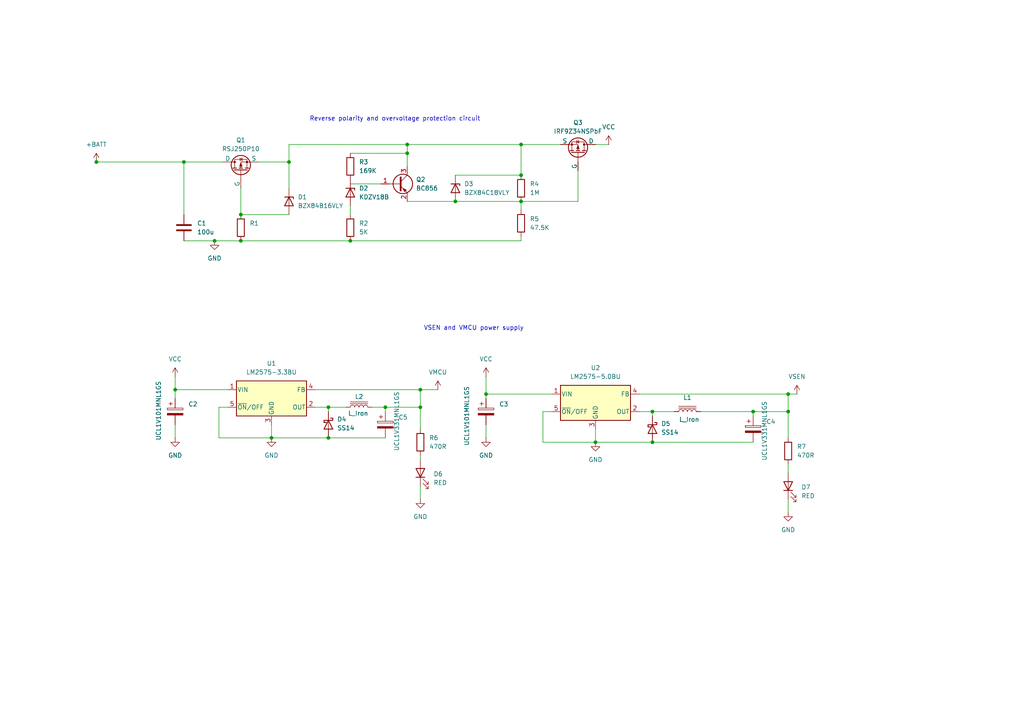
<source format=kicad_sch>
(kicad_sch
	(version 20250114)
	(generator "eeschema")
	(generator_version "9.0")
	(uuid "96744ec0-1e7f-4d75-9985-0095978419e2")
	(paper "A4")
	(lib_symbols
		(symbol "Device:C"
			(pin_numbers
				(hide yes)
			)
			(pin_names
				(offset 0.254)
			)
			(exclude_from_sim no)
			(in_bom yes)
			(on_board yes)
			(property "Reference" "C"
				(at 0.635 2.54 0)
				(effects
					(font
						(size 1.27 1.27)
					)
					(justify left)
				)
			)
			(property "Value" "C"
				(at 0.635 -2.54 0)
				(effects
					(font
						(size 1.27 1.27)
					)
					(justify left)
				)
			)
			(property "Footprint" ""
				(at 0.9652 -3.81 0)
				(effects
					(font
						(size 1.27 1.27)
					)
					(hide yes)
				)
			)
			(property "Datasheet" "~"
				(at 0 0 0)
				(effects
					(font
						(size 1.27 1.27)
					)
					(hide yes)
				)
			)
			(property "Description" "Unpolarized capacitor"
				(at 0 0 0)
				(effects
					(font
						(size 1.27 1.27)
					)
					(hide yes)
				)
			)
			(property "ki_keywords" "cap capacitor"
				(at 0 0 0)
				(effects
					(font
						(size 1.27 1.27)
					)
					(hide yes)
				)
			)
			(property "ki_fp_filters" "C_*"
				(at 0 0 0)
				(effects
					(font
						(size 1.27 1.27)
					)
					(hide yes)
				)
			)
			(symbol "C_0_1"
				(polyline
					(pts
						(xy -2.032 0.762) (xy 2.032 0.762)
					)
					(stroke
						(width 0.508)
						(type default)
					)
					(fill
						(type none)
					)
				)
				(polyline
					(pts
						(xy -2.032 -0.762) (xy 2.032 -0.762)
					)
					(stroke
						(width 0.508)
						(type default)
					)
					(fill
						(type none)
					)
				)
			)
			(symbol "C_1_1"
				(pin passive line
					(at 0 3.81 270)
					(length 2.794)
					(name "~"
						(effects
							(font
								(size 1.27 1.27)
							)
						)
					)
					(number "1"
						(effects
							(font
								(size 1.27 1.27)
							)
						)
					)
				)
				(pin passive line
					(at 0 -3.81 90)
					(length 2.794)
					(name "~"
						(effects
							(font
								(size 1.27 1.27)
							)
						)
					)
					(number "2"
						(effects
							(font
								(size 1.27 1.27)
							)
						)
					)
				)
			)
			(embedded_fonts no)
		)
		(symbol "Device:C_Polarized"
			(pin_numbers
				(hide yes)
			)
			(pin_names
				(offset 0.254)
			)
			(exclude_from_sim no)
			(in_bom yes)
			(on_board yes)
			(property "Reference" "C"
				(at 0.635 2.54 0)
				(effects
					(font
						(size 1.27 1.27)
					)
					(justify left)
				)
			)
			(property "Value" "C_Polarized"
				(at 0.635 -2.54 0)
				(effects
					(font
						(size 1.27 1.27)
					)
					(justify left)
				)
			)
			(property "Footprint" ""
				(at 0.9652 -3.81 0)
				(effects
					(font
						(size 1.27 1.27)
					)
					(hide yes)
				)
			)
			(property "Datasheet" "~"
				(at 0 0 0)
				(effects
					(font
						(size 1.27 1.27)
					)
					(hide yes)
				)
			)
			(property "Description" "Polarized capacitor"
				(at 0 0 0)
				(effects
					(font
						(size 1.27 1.27)
					)
					(hide yes)
				)
			)
			(property "ki_keywords" "cap capacitor"
				(at 0 0 0)
				(effects
					(font
						(size 1.27 1.27)
					)
					(hide yes)
				)
			)
			(property "ki_fp_filters" "CP_*"
				(at 0 0 0)
				(effects
					(font
						(size 1.27 1.27)
					)
					(hide yes)
				)
			)
			(symbol "C_Polarized_0_1"
				(rectangle
					(start -2.286 0.508)
					(end 2.286 1.016)
					(stroke
						(width 0)
						(type default)
					)
					(fill
						(type none)
					)
				)
				(polyline
					(pts
						(xy -1.778 2.286) (xy -0.762 2.286)
					)
					(stroke
						(width 0)
						(type default)
					)
					(fill
						(type none)
					)
				)
				(polyline
					(pts
						(xy -1.27 2.794) (xy -1.27 1.778)
					)
					(stroke
						(width 0)
						(type default)
					)
					(fill
						(type none)
					)
				)
				(rectangle
					(start 2.286 -0.508)
					(end -2.286 -1.016)
					(stroke
						(width 0)
						(type default)
					)
					(fill
						(type outline)
					)
				)
			)
			(symbol "C_Polarized_1_1"
				(pin passive line
					(at 0 3.81 270)
					(length 2.794)
					(name "~"
						(effects
							(font
								(size 1.27 1.27)
							)
						)
					)
					(number "1"
						(effects
							(font
								(size 1.27 1.27)
							)
						)
					)
				)
				(pin passive line
					(at 0 -3.81 90)
					(length 2.794)
					(name "~"
						(effects
							(font
								(size 1.27 1.27)
							)
						)
					)
					(number "2"
						(effects
							(font
								(size 1.27 1.27)
							)
						)
					)
				)
			)
			(embedded_fonts no)
		)
		(symbol "Device:D_Zener"
			(pin_numbers
				(hide yes)
			)
			(pin_names
				(offset 1.016)
				(hide yes)
			)
			(exclude_from_sim no)
			(in_bom yes)
			(on_board yes)
			(property "Reference" "D"
				(at 0 2.54 0)
				(effects
					(font
						(size 1.27 1.27)
					)
				)
			)
			(property "Value" "D_Zener"
				(at 0 -2.54 0)
				(effects
					(font
						(size 1.27 1.27)
					)
				)
			)
			(property "Footprint" ""
				(at 0 0 0)
				(effects
					(font
						(size 1.27 1.27)
					)
					(hide yes)
				)
			)
			(property "Datasheet" "~"
				(at 0 0 0)
				(effects
					(font
						(size 1.27 1.27)
					)
					(hide yes)
				)
			)
			(property "Description" "Zener diode"
				(at 0 0 0)
				(effects
					(font
						(size 1.27 1.27)
					)
					(hide yes)
				)
			)
			(property "ki_keywords" "diode"
				(at 0 0 0)
				(effects
					(font
						(size 1.27 1.27)
					)
					(hide yes)
				)
			)
			(property "ki_fp_filters" "TO-???* *_Diode_* *SingleDiode* D_*"
				(at 0 0 0)
				(effects
					(font
						(size 1.27 1.27)
					)
					(hide yes)
				)
			)
			(symbol "D_Zener_0_1"
				(polyline
					(pts
						(xy -1.27 -1.27) (xy -1.27 1.27) (xy -0.762 1.27)
					)
					(stroke
						(width 0.254)
						(type default)
					)
					(fill
						(type none)
					)
				)
				(polyline
					(pts
						(xy 1.27 0) (xy -1.27 0)
					)
					(stroke
						(width 0)
						(type default)
					)
					(fill
						(type none)
					)
				)
				(polyline
					(pts
						(xy 1.27 -1.27) (xy 1.27 1.27) (xy -1.27 0) (xy 1.27 -1.27)
					)
					(stroke
						(width 0.254)
						(type default)
					)
					(fill
						(type none)
					)
				)
			)
			(symbol "D_Zener_1_1"
				(pin passive line
					(at -3.81 0 0)
					(length 2.54)
					(name "K"
						(effects
							(font
								(size 1.27 1.27)
							)
						)
					)
					(number "1"
						(effects
							(font
								(size 1.27 1.27)
							)
						)
					)
				)
				(pin passive line
					(at 3.81 0 180)
					(length 2.54)
					(name "A"
						(effects
							(font
								(size 1.27 1.27)
							)
						)
					)
					(number "2"
						(effects
							(font
								(size 1.27 1.27)
							)
						)
					)
				)
			)
			(embedded_fonts no)
		)
		(symbol "Device:LED"
			(pin_numbers
				(hide yes)
			)
			(pin_names
				(offset 1.016)
				(hide yes)
			)
			(exclude_from_sim no)
			(in_bom yes)
			(on_board yes)
			(property "Reference" "D"
				(at 0 2.54 0)
				(effects
					(font
						(size 1.27 1.27)
					)
				)
			)
			(property "Value" "LED"
				(at 0 -2.54 0)
				(effects
					(font
						(size 1.27 1.27)
					)
				)
			)
			(property "Footprint" ""
				(at 0 0 0)
				(effects
					(font
						(size 1.27 1.27)
					)
					(hide yes)
				)
			)
			(property "Datasheet" "~"
				(at 0 0 0)
				(effects
					(font
						(size 1.27 1.27)
					)
					(hide yes)
				)
			)
			(property "Description" "Light emitting diode"
				(at 0 0 0)
				(effects
					(font
						(size 1.27 1.27)
					)
					(hide yes)
				)
			)
			(property "Sim.Pins" "1=K 2=A"
				(at 0 0 0)
				(effects
					(font
						(size 1.27 1.27)
					)
					(hide yes)
				)
			)
			(property "ki_keywords" "LED diode"
				(at 0 0 0)
				(effects
					(font
						(size 1.27 1.27)
					)
					(hide yes)
				)
			)
			(property "ki_fp_filters" "LED* LED_SMD:* LED_THT:*"
				(at 0 0 0)
				(effects
					(font
						(size 1.27 1.27)
					)
					(hide yes)
				)
			)
			(symbol "LED_0_1"
				(polyline
					(pts
						(xy -3.048 -0.762) (xy -4.572 -2.286) (xy -3.81 -2.286) (xy -4.572 -2.286) (xy -4.572 -1.524)
					)
					(stroke
						(width 0)
						(type default)
					)
					(fill
						(type none)
					)
				)
				(polyline
					(pts
						(xy -1.778 -0.762) (xy -3.302 -2.286) (xy -2.54 -2.286) (xy -3.302 -2.286) (xy -3.302 -1.524)
					)
					(stroke
						(width 0)
						(type default)
					)
					(fill
						(type none)
					)
				)
				(polyline
					(pts
						(xy -1.27 0) (xy 1.27 0)
					)
					(stroke
						(width 0)
						(type default)
					)
					(fill
						(type none)
					)
				)
				(polyline
					(pts
						(xy -1.27 -1.27) (xy -1.27 1.27)
					)
					(stroke
						(width 0.254)
						(type default)
					)
					(fill
						(type none)
					)
				)
				(polyline
					(pts
						(xy 1.27 -1.27) (xy 1.27 1.27) (xy -1.27 0) (xy 1.27 -1.27)
					)
					(stroke
						(width 0.254)
						(type default)
					)
					(fill
						(type none)
					)
				)
			)
			(symbol "LED_1_1"
				(pin passive line
					(at -3.81 0 0)
					(length 2.54)
					(name "K"
						(effects
							(font
								(size 1.27 1.27)
							)
						)
					)
					(number "1"
						(effects
							(font
								(size 1.27 1.27)
							)
						)
					)
				)
				(pin passive line
					(at 3.81 0 180)
					(length 2.54)
					(name "A"
						(effects
							(font
								(size 1.27 1.27)
							)
						)
					)
					(number "2"
						(effects
							(font
								(size 1.27 1.27)
							)
						)
					)
				)
			)
			(embedded_fonts no)
		)
		(symbol "Device:L_Iron"
			(pin_numbers
				(hide yes)
			)
			(pin_names
				(offset 1.016)
				(hide yes)
			)
			(exclude_from_sim no)
			(in_bom yes)
			(on_board yes)
			(property "Reference" "L"
				(at -1.27 0 90)
				(effects
					(font
						(size 1.27 1.27)
					)
				)
			)
			(property "Value" "L_Iron"
				(at 2.794 0 90)
				(effects
					(font
						(size 1.27 1.27)
					)
				)
			)
			(property "Footprint" ""
				(at 0 0 0)
				(effects
					(font
						(size 1.27 1.27)
					)
					(hide yes)
				)
			)
			(property "Datasheet" "~"
				(at 0 0 0)
				(effects
					(font
						(size 1.27 1.27)
					)
					(hide yes)
				)
			)
			(property "Description" "Inductor with iron core"
				(at 0 0 0)
				(effects
					(font
						(size 1.27 1.27)
					)
					(hide yes)
				)
			)
			(property "ki_keywords" "inductor choke coil reactor magnetic"
				(at 0 0 0)
				(effects
					(font
						(size 1.27 1.27)
					)
					(hide yes)
				)
			)
			(property "ki_fp_filters" "Choke_* *Coil* Inductor_* L_*"
				(at 0 0 0)
				(effects
					(font
						(size 1.27 1.27)
					)
					(hide yes)
				)
			)
			(symbol "L_Iron_0_1"
				(arc
					(start 0 2.54)
					(mid 0.6323 1.905)
					(end 0 1.27)
					(stroke
						(width 0)
						(type default)
					)
					(fill
						(type none)
					)
				)
				(arc
					(start 0 1.27)
					(mid 0.6323 0.635)
					(end 0 0)
					(stroke
						(width 0)
						(type default)
					)
					(fill
						(type none)
					)
				)
				(arc
					(start 0 0)
					(mid 0.6323 -0.635)
					(end 0 -1.27)
					(stroke
						(width 0)
						(type default)
					)
					(fill
						(type none)
					)
				)
				(arc
					(start 0 -1.27)
					(mid 0.6323 -1.905)
					(end 0 -2.54)
					(stroke
						(width 0)
						(type default)
					)
					(fill
						(type none)
					)
				)
				(polyline
					(pts
						(xy 1.016 2.54) (xy 1.016 -2.54)
					)
					(stroke
						(width 0)
						(type default)
					)
					(fill
						(type none)
					)
				)
				(polyline
					(pts
						(xy 1.524 -2.54) (xy 1.524 2.54)
					)
					(stroke
						(width 0)
						(type default)
					)
					(fill
						(type none)
					)
				)
			)
			(symbol "L_Iron_1_1"
				(pin passive line
					(at 0 3.81 270)
					(length 1.27)
					(name "1"
						(effects
							(font
								(size 1.27 1.27)
							)
						)
					)
					(number "1"
						(effects
							(font
								(size 1.27 1.27)
							)
						)
					)
				)
				(pin passive line
					(at 0 -3.81 90)
					(length 1.27)
					(name "2"
						(effects
							(font
								(size 1.27 1.27)
							)
						)
					)
					(number "2"
						(effects
							(font
								(size 1.27 1.27)
							)
						)
					)
				)
			)
			(embedded_fonts no)
		)
		(symbol "Device:R"
			(pin_numbers
				(hide yes)
			)
			(pin_names
				(offset 0)
			)
			(exclude_from_sim no)
			(in_bom yes)
			(on_board yes)
			(property "Reference" "R"
				(at 2.032 0 90)
				(effects
					(font
						(size 1.27 1.27)
					)
				)
			)
			(property "Value" "R"
				(at 0 0 90)
				(effects
					(font
						(size 1.27 1.27)
					)
				)
			)
			(property "Footprint" ""
				(at -1.778 0 90)
				(effects
					(font
						(size 1.27 1.27)
					)
					(hide yes)
				)
			)
			(property "Datasheet" "~"
				(at 0 0 0)
				(effects
					(font
						(size 1.27 1.27)
					)
					(hide yes)
				)
			)
			(property "Description" "Resistor"
				(at 0 0 0)
				(effects
					(font
						(size 1.27 1.27)
					)
					(hide yes)
				)
			)
			(property "ki_keywords" "R res resistor"
				(at 0 0 0)
				(effects
					(font
						(size 1.27 1.27)
					)
					(hide yes)
				)
			)
			(property "ki_fp_filters" "R_*"
				(at 0 0 0)
				(effects
					(font
						(size 1.27 1.27)
					)
					(hide yes)
				)
			)
			(symbol "R_0_1"
				(rectangle
					(start -1.016 -2.54)
					(end 1.016 2.54)
					(stroke
						(width 0.254)
						(type default)
					)
					(fill
						(type none)
					)
				)
			)
			(symbol "R_1_1"
				(pin passive line
					(at 0 3.81 270)
					(length 1.27)
					(name "~"
						(effects
							(font
								(size 1.27 1.27)
							)
						)
					)
					(number "1"
						(effects
							(font
								(size 1.27 1.27)
							)
						)
					)
				)
				(pin passive line
					(at 0 -3.81 90)
					(length 1.27)
					(name "~"
						(effects
							(font
								(size 1.27 1.27)
							)
						)
					)
					(number "2"
						(effects
							(font
								(size 1.27 1.27)
							)
						)
					)
				)
			)
			(embedded_fonts no)
		)
		(symbol "Diode:BZX84Cxx"
			(pin_numbers
				(hide yes)
			)
			(pin_names
				(hide yes)
			)
			(exclude_from_sim no)
			(in_bom yes)
			(on_board yes)
			(property "Reference" "D"
				(at 0 3.81 0)
				(effects
					(font
						(size 1.27 1.27)
					)
				)
			)
			(property "Value" "BZX84Cxx"
				(at 0 -3.81 0)
				(effects
					(font
						(size 1.27 1.27)
					)
				)
			)
			(property "Footprint" "Package_TO_SOT_SMD:SOT-23"
				(at 0 0 0)
				(effects
					(font
						(size 1.27 1.27)
					)
					(hide yes)
				)
			)
			(property "Datasheet" "https://diotec.com/tl_files/diotec/files/pdf/datasheets/bzx84c2v4.pdf"
				(at 0 0 0)
				(effects
					(font
						(size 1.27 1.27)
					)
					(hide yes)
				)
			)
			(property "Description" "300mW Zener Diode, SOT-23"
				(at 0 0 0)
				(effects
					(font
						(size 1.27 1.27)
					)
					(hide yes)
				)
			)
			(property "ki_keywords" "zener diode"
				(at 0 0 0)
				(effects
					(font
						(size 1.27 1.27)
					)
					(hide yes)
				)
			)
			(property "ki_fp_filters" "SOT?23*"
				(at 0 0 0)
				(effects
					(font
						(size 1.27 1.27)
					)
					(hide yes)
				)
			)
			(symbol "BZX84Cxx_0_1"
				(polyline
					(pts
						(xy -1.27 -1.27) (xy -1.27 1.27) (xy -0.762 1.27)
					)
					(stroke
						(width 0.254)
						(type default)
					)
					(fill
						(type none)
					)
				)
				(polyline
					(pts
						(xy 1.27 0) (xy -1.27 0)
					)
					(stroke
						(width 0)
						(type default)
					)
					(fill
						(type none)
					)
				)
				(polyline
					(pts
						(xy 1.27 -1.27) (xy 1.27 1.27) (xy -1.27 0) (xy 1.27 -1.27)
					)
					(stroke
						(width 0.254)
						(type default)
					)
					(fill
						(type none)
					)
				)
			)
			(symbol "BZX84Cxx_1_1"
				(pin passive line
					(at -3.81 0 0)
					(length 2.54)
					(name "K"
						(effects
							(font
								(size 1.27 1.27)
							)
						)
					)
					(number "3"
						(effects
							(font
								(size 1.27 1.27)
							)
						)
					)
				)
				(pin no_connect line
					(at 1.27 0 180)
					(length 2.54)
					(hide yes)
					(name "NC"
						(effects
							(font
								(size 1.27 1.27)
							)
						)
					)
					(number "2"
						(effects
							(font
								(size 1.27 1.27)
							)
						)
					)
				)
				(pin passive line
					(at 3.81 0 180)
					(length 2.54)
					(name "A"
						(effects
							(font
								(size 1.27 1.27)
							)
						)
					)
					(number "1"
						(effects
							(font
								(size 1.27 1.27)
							)
						)
					)
				)
			)
			(embedded_fonts no)
		)
		(symbol "Diode:SS14"
			(pin_numbers
				(hide yes)
			)
			(pin_names
				(offset 1.016)
				(hide yes)
			)
			(exclude_from_sim no)
			(in_bom yes)
			(on_board yes)
			(property "Reference" "D"
				(at 0 2.54 0)
				(effects
					(font
						(size 1.27 1.27)
					)
				)
			)
			(property "Value" "SS14"
				(at 0 -2.54 0)
				(effects
					(font
						(size 1.27 1.27)
					)
				)
			)
			(property "Footprint" "Diode_SMD:D_SMA"
				(at 0 -4.445 0)
				(effects
					(font
						(size 1.27 1.27)
					)
					(hide yes)
				)
			)
			(property "Datasheet" "https://www.vishay.com/docs/88746/ss12.pdf"
				(at 0 0 0)
				(effects
					(font
						(size 1.27 1.27)
					)
					(hide yes)
				)
			)
			(property "Description" "40V 1A Schottky Diode, SMA"
				(at 0 0 0)
				(effects
					(font
						(size 1.27 1.27)
					)
					(hide yes)
				)
			)
			(property "ki_keywords" "diode Schottky"
				(at 0 0 0)
				(effects
					(font
						(size 1.27 1.27)
					)
					(hide yes)
				)
			)
			(property "ki_fp_filters" "D*SMA*"
				(at 0 0 0)
				(effects
					(font
						(size 1.27 1.27)
					)
					(hide yes)
				)
			)
			(symbol "SS14_0_1"
				(polyline
					(pts
						(xy -1.905 0.635) (xy -1.905 1.27) (xy -1.27 1.27) (xy -1.27 -1.27) (xy -0.635 -1.27) (xy -0.635 -0.635)
					)
					(stroke
						(width 0.254)
						(type default)
					)
					(fill
						(type none)
					)
				)
				(polyline
					(pts
						(xy 1.27 1.27) (xy 1.27 -1.27) (xy -1.27 0) (xy 1.27 1.27)
					)
					(stroke
						(width 0.254)
						(type default)
					)
					(fill
						(type none)
					)
				)
				(polyline
					(pts
						(xy 1.27 0) (xy -1.27 0)
					)
					(stroke
						(width 0)
						(type default)
					)
					(fill
						(type none)
					)
				)
			)
			(symbol "SS14_1_1"
				(pin passive line
					(at -3.81 0 0)
					(length 2.54)
					(name "K"
						(effects
							(font
								(size 1.27 1.27)
							)
						)
					)
					(number "1"
						(effects
							(font
								(size 1.27 1.27)
							)
						)
					)
				)
				(pin passive line
					(at 3.81 0 180)
					(length 2.54)
					(name "A"
						(effects
							(font
								(size 1.27 1.27)
							)
						)
					)
					(number "2"
						(effects
							(font
								(size 1.27 1.27)
							)
						)
					)
				)
			)
			(embedded_fonts no)
		)
		(symbol "R_1"
			(pin_numbers
				(hide yes)
			)
			(pin_names
				(offset 0)
			)
			(exclude_from_sim no)
			(in_bom yes)
			(on_board yes)
			(property "Reference" "R"
				(at 2.032 0 90)
				(effects
					(font
						(size 1.27 1.27)
					)
				)
			)
			(property "Value" "R"
				(at 0 0 90)
				(effects
					(font
						(size 1.27 1.27)
					)
				)
			)
			(property "Footprint" ""
				(at -1.778 0 90)
				(effects
					(font
						(size 1.27 1.27)
					)
					(hide yes)
				)
			)
			(property "Datasheet" "~"
				(at 0 0 0)
				(effects
					(font
						(size 1.27 1.27)
					)
					(hide yes)
				)
			)
			(property "Description" "Resistor"
				(at 0 0 0)
				(effects
					(font
						(size 1.27 1.27)
					)
					(hide yes)
				)
			)
			(property "ki_keywords" "R res resistor"
				(at 0 0 0)
				(effects
					(font
						(size 1.27 1.27)
					)
					(hide yes)
				)
			)
			(property "ki_fp_filters" "R_*"
				(at 0 0 0)
				(effects
					(font
						(size 1.27 1.27)
					)
					(hide yes)
				)
			)
			(symbol "R_1_0_1"
				(rectangle
					(start -1.016 -2.54)
					(end 1.016 2.54)
					(stroke
						(width 0.254)
						(type default)
					)
					(fill
						(type none)
					)
				)
			)
			(symbol "R_1_1_1"
				(pin passive line
					(at 0 3.81 270)
					(length 1.27)
					(name "~"
						(effects
							(font
								(size 1.27 1.27)
							)
						)
					)
					(number "1"
						(effects
							(font
								(size 1.27 1.27)
							)
						)
					)
				)
				(pin passive line
					(at 0 -3.81 90)
					(length 1.27)
					(name "~"
						(effects
							(font
								(size 1.27 1.27)
							)
						)
					)
					(number "2"
						(effects
							(font
								(size 1.27 1.27)
							)
						)
					)
				)
			)
			(embedded_fonts no)
		)
		(symbol "Regulator_Switching:LM2575-3.3BU"
			(pin_names
				(offset 0.254)
			)
			(exclude_from_sim no)
			(in_bom yes)
			(on_board yes)
			(property "Reference" "U"
				(at -10.16 6.35 0)
				(effects
					(font
						(size 1.27 1.27)
					)
					(justify left)
				)
			)
			(property "Value" "LM2575-3.3BU"
				(at 0 6.35 0)
				(effects
					(font
						(size 1.27 1.27)
					)
					(justify left)
				)
			)
			(property "Footprint" "Package_TO_SOT_SMD:TO-263-5_TabPin3"
				(at 0 -6.35 0)
				(effects
					(font
						(size 1.27 1.27)
						(italic yes)
					)
					(justify left)
					(hide yes)
				)
			)
			(property "Datasheet" "http://ww1.microchip.com/downloads/en/DeviceDoc/lm2575.pdf"
				(at 0 0 0)
				(effects
					(font
						(size 1.27 1.27)
					)
					(hide yes)
				)
			)
			(property "Description" "Fixed 3.3V 52kHz Simple 1A Buck Regulator, TO-263"
				(at 0 0 0)
				(effects
					(font
						(size 1.27 1.27)
					)
					(hide yes)
				)
			)
			(property "ki_keywords" "Buck regulator Switcher"
				(at 0 0 0)
				(effects
					(font
						(size 1.27 1.27)
					)
					(hide yes)
				)
			)
			(property "ki_fp_filters" "TO?263*"
				(at 0 0 0)
				(effects
					(font
						(size 1.27 1.27)
					)
					(hide yes)
				)
			)
			(symbol "LM2575-3.3BU_0_1"
				(rectangle
					(start -10.16 5.08)
					(end 10.16 -5.08)
					(stroke
						(width 0.254)
						(type default)
					)
					(fill
						(type background)
					)
				)
			)
			(symbol "LM2575-3.3BU_1_1"
				(pin power_in line
					(at -12.7 2.54 0)
					(length 2.54)
					(name "VIN"
						(effects
							(font
								(size 1.27 1.27)
							)
						)
					)
					(number "1"
						(effects
							(font
								(size 1.27 1.27)
							)
						)
					)
				)
				(pin input line
					(at -12.7 -2.54 0)
					(length 2.54)
					(name "~{ON}/OFF"
						(effects
							(font
								(size 1.27 1.27)
							)
						)
					)
					(number "5"
						(effects
							(font
								(size 1.27 1.27)
							)
						)
					)
				)
				(pin power_in line
					(at 0 -7.62 90)
					(length 2.54)
					(name "GND"
						(effects
							(font
								(size 1.27 1.27)
							)
						)
					)
					(number "3"
						(effects
							(font
								(size 1.27 1.27)
							)
						)
					)
				)
				(pin input line
					(at 12.7 2.54 180)
					(length 2.54)
					(name "FB"
						(effects
							(font
								(size 1.27 1.27)
							)
						)
					)
					(number "4"
						(effects
							(font
								(size 1.27 1.27)
							)
						)
					)
				)
				(pin output line
					(at 12.7 -2.54 180)
					(length 2.54)
					(name "OUT"
						(effects
							(font
								(size 1.27 1.27)
							)
						)
					)
					(number "2"
						(effects
							(font
								(size 1.27 1.27)
							)
						)
					)
				)
			)
			(embedded_fonts no)
		)
		(symbol "Regulator_Switching:LM2575-5.0BU"
			(pin_names
				(offset 0.254)
			)
			(exclude_from_sim no)
			(in_bom yes)
			(on_board yes)
			(property "Reference" "U"
				(at -10.16 6.35 0)
				(effects
					(font
						(size 1.27 1.27)
					)
					(justify left)
				)
			)
			(property "Value" "LM2575-5.0BU"
				(at 0 6.35 0)
				(effects
					(font
						(size 1.27 1.27)
					)
					(justify left)
				)
			)
			(property "Footprint" "Package_TO_SOT_SMD:TO-263-5_TabPin3"
				(at 0 -6.35 0)
				(effects
					(font
						(size 1.27 1.27)
						(italic yes)
					)
					(justify left)
					(hide yes)
				)
			)
			(property "Datasheet" "http://ww1.microchip.com/downloads/en/DeviceDoc/lm2575.pdf"
				(at 0 0 0)
				(effects
					(font
						(size 1.27 1.27)
					)
					(hide yes)
				)
			)
			(property "Description" "Fixed 5.0V 52kHz Simple 1A Buck Regulator, TO-263"
				(at 0 0 0)
				(effects
					(font
						(size 1.27 1.27)
					)
					(hide yes)
				)
			)
			(property "ki_keywords" "Buck regulator Switcher"
				(at 0 0 0)
				(effects
					(font
						(size 1.27 1.27)
					)
					(hide yes)
				)
			)
			(property "ki_fp_filters" "TO?263*"
				(at 0 0 0)
				(effects
					(font
						(size 1.27 1.27)
					)
					(hide yes)
				)
			)
			(symbol "LM2575-5.0BU_0_1"
				(rectangle
					(start -10.16 5.08)
					(end 10.16 -5.08)
					(stroke
						(width 0.254)
						(type default)
					)
					(fill
						(type background)
					)
				)
			)
			(symbol "LM2575-5.0BU_1_1"
				(pin power_in line
					(at -12.7 2.54 0)
					(length 2.54)
					(name "VIN"
						(effects
							(font
								(size 1.27 1.27)
							)
						)
					)
					(number "1"
						(effects
							(font
								(size 1.27 1.27)
							)
						)
					)
				)
				(pin input line
					(at -12.7 -2.54 0)
					(length 2.54)
					(name "~{ON}/OFF"
						(effects
							(font
								(size 1.27 1.27)
							)
						)
					)
					(number "5"
						(effects
							(font
								(size 1.27 1.27)
							)
						)
					)
				)
				(pin power_in line
					(at 0 -7.62 90)
					(length 2.54)
					(name "GND"
						(effects
							(font
								(size 1.27 1.27)
							)
						)
					)
					(number "3"
						(effects
							(font
								(size 1.27 1.27)
							)
						)
					)
				)
				(pin input line
					(at 12.7 2.54 180)
					(length 2.54)
					(name "FB"
						(effects
							(font
								(size 1.27 1.27)
							)
						)
					)
					(number "4"
						(effects
							(font
								(size 1.27 1.27)
							)
						)
					)
				)
				(pin output line
					(at 12.7 -2.54 180)
					(length 2.54)
					(name "OUT"
						(effects
							(font
								(size 1.27 1.27)
							)
						)
					)
					(number "2"
						(effects
							(font
								(size 1.27 1.27)
							)
						)
					)
				)
			)
			(embedded_fonts no)
		)
		(symbol "Simulation_SPICE:PMOS"
			(pin_numbers
				(hide yes)
			)
			(pin_names
				(offset 0)
			)
			(exclude_from_sim no)
			(in_bom yes)
			(on_board yes)
			(property "Reference" "Q"
				(at 5.08 1.27 0)
				(effects
					(font
						(size 1.27 1.27)
					)
					(justify left)
				)
			)
			(property "Value" "PMOS"
				(at 5.08 -1.27 0)
				(effects
					(font
						(size 1.27 1.27)
					)
					(justify left)
				)
			)
			(property "Footprint" ""
				(at 5.08 2.54 0)
				(effects
					(font
						(size 1.27 1.27)
					)
					(hide yes)
				)
			)
			(property "Datasheet" "https://ngspice.sourceforge.io/docs/ngspice-html-manual/manual.xhtml#cha_MOSFETs"
				(at 0 -12.7 0)
				(effects
					(font
						(size 1.27 1.27)
					)
					(hide yes)
				)
			)
			(property "Description" "P-MOSFET transistor, drain/source/gate"
				(at 0 0 0)
				(effects
					(font
						(size 1.27 1.27)
					)
					(hide yes)
				)
			)
			(property "Sim.Device" "PMOS"
				(at 0 -17.145 0)
				(effects
					(font
						(size 1.27 1.27)
					)
					(hide yes)
				)
			)
			(property "Sim.Type" "VDMOS"
				(at 0 -19.05 0)
				(effects
					(font
						(size 1.27 1.27)
					)
					(hide yes)
				)
			)
			(property "Sim.Pins" "1=D 2=G 3=S"
				(at 0 -15.24 0)
				(effects
					(font
						(size 1.27 1.27)
					)
					(hide yes)
				)
			)
			(property "ki_keywords" "transistor PMOS P-MOS P-MOSFET simulation"
				(at 0 0 0)
				(effects
					(font
						(size 1.27 1.27)
					)
					(hide yes)
				)
			)
			(symbol "PMOS_0_1"
				(polyline
					(pts
						(xy 0.254 1.905) (xy 0.254 -1.905)
					)
					(stroke
						(width 0.254)
						(type default)
					)
					(fill
						(type none)
					)
				)
				(polyline
					(pts
						(xy 0.254 0) (xy -2.54 0)
					)
					(stroke
						(width 0)
						(type default)
					)
					(fill
						(type none)
					)
				)
				(polyline
					(pts
						(xy 0.762 2.286) (xy 0.762 1.27)
					)
					(stroke
						(width 0.254)
						(type default)
					)
					(fill
						(type none)
					)
				)
				(polyline
					(pts
						(xy 0.762 1.778) (xy 3.302 1.778) (xy 3.302 -1.778) (xy 0.762 -1.778)
					)
					(stroke
						(width 0)
						(type default)
					)
					(fill
						(type none)
					)
				)
				(polyline
					(pts
						(xy 0.762 0.508) (xy 0.762 -0.508)
					)
					(stroke
						(width 0.254)
						(type default)
					)
					(fill
						(type none)
					)
				)
				(polyline
					(pts
						(xy 0.762 -1.27) (xy 0.762 -2.286)
					)
					(stroke
						(width 0.254)
						(type default)
					)
					(fill
						(type none)
					)
				)
				(circle
					(center 1.651 0)
					(radius 2.794)
					(stroke
						(width 0.254)
						(type default)
					)
					(fill
						(type none)
					)
				)
				(polyline
					(pts
						(xy 2.286 0) (xy 1.27 0.381) (xy 1.27 -0.381) (xy 2.286 0)
					)
					(stroke
						(width 0)
						(type default)
					)
					(fill
						(type outline)
					)
				)
				(polyline
					(pts
						(xy 2.54 2.54) (xy 2.54 1.778)
					)
					(stroke
						(width 0)
						(type default)
					)
					(fill
						(type none)
					)
				)
				(circle
					(center 2.54 1.778)
					(radius 0.254)
					(stroke
						(width 0)
						(type default)
					)
					(fill
						(type outline)
					)
				)
				(circle
					(center 2.54 -1.778)
					(radius 0.254)
					(stroke
						(width 0)
						(type default)
					)
					(fill
						(type outline)
					)
				)
				(polyline
					(pts
						(xy 2.54 -2.54) (xy 2.54 0) (xy 0.762 0)
					)
					(stroke
						(width 0)
						(type default)
					)
					(fill
						(type none)
					)
				)
				(polyline
					(pts
						(xy 2.794 -0.508) (xy 2.921 -0.381) (xy 3.683 -0.381) (xy 3.81 -0.254)
					)
					(stroke
						(width 0)
						(type default)
					)
					(fill
						(type none)
					)
				)
				(polyline
					(pts
						(xy 3.302 -0.381) (xy 2.921 0.254) (xy 3.683 0.254) (xy 3.302 -0.381)
					)
					(stroke
						(width 0)
						(type default)
					)
					(fill
						(type none)
					)
				)
			)
			(symbol "PMOS_1_1"
				(pin input line
					(at -5.08 0 0)
					(length 2.54)
					(name "G"
						(effects
							(font
								(size 1.27 1.27)
							)
						)
					)
					(number "2"
						(effects
							(font
								(size 1.27 1.27)
							)
						)
					)
				)
				(pin passive line
					(at 2.54 5.08 270)
					(length 2.54)
					(name "D"
						(effects
							(font
								(size 1.27 1.27)
							)
						)
					)
					(number "1"
						(effects
							(font
								(size 1.27 1.27)
							)
						)
					)
				)
				(pin passive line
					(at 2.54 -5.08 90)
					(length 2.54)
					(name "S"
						(effects
							(font
								(size 1.27 1.27)
							)
						)
					)
					(number "3"
						(effects
							(font
								(size 1.27 1.27)
							)
						)
					)
				)
			)
			(embedded_fonts no)
		)
		(symbol "Transistor_BJT:BC856"
			(pin_names
				(offset 0)
				(hide yes)
			)
			(exclude_from_sim no)
			(in_bom yes)
			(on_board yes)
			(property "Reference" "Q"
				(at 5.08 1.905 0)
				(effects
					(font
						(size 1.27 1.27)
					)
					(justify left)
				)
			)
			(property "Value" "BC856"
				(at 5.08 0 0)
				(effects
					(font
						(size 1.27 1.27)
					)
					(justify left)
				)
			)
			(property "Footprint" "Package_TO_SOT_SMD:SOT-23"
				(at 5.08 -1.905 0)
				(effects
					(font
						(size 1.27 1.27)
						(italic yes)
					)
					(justify left)
					(hide yes)
				)
			)
			(property "Datasheet" "https://www.onsemi.com/pub/Collateral/BC860-D.pdf"
				(at 0 0 0)
				(effects
					(font
						(size 1.27 1.27)
					)
					(justify left)
					(hide yes)
				)
			)
			(property "Description" "0.1A Ic, 65V Vce, PNP Transistor, SOT-23"
				(at 0 0 0)
				(effects
					(font
						(size 1.27 1.27)
					)
					(hide yes)
				)
			)
			(property "ki_keywords" "PNP transistor"
				(at 0 0 0)
				(effects
					(font
						(size 1.27 1.27)
					)
					(hide yes)
				)
			)
			(property "ki_fp_filters" "SOT?23*"
				(at 0 0 0)
				(effects
					(font
						(size 1.27 1.27)
					)
					(hide yes)
				)
			)
			(symbol "BC856_0_1"
				(polyline
					(pts
						(xy -2.54 0) (xy 0.635 0)
					)
					(stroke
						(width 0)
						(type default)
					)
					(fill
						(type none)
					)
				)
				(polyline
					(pts
						(xy 0.635 1.905) (xy 0.635 -1.905)
					)
					(stroke
						(width 0.508)
						(type default)
					)
					(fill
						(type none)
					)
				)
				(polyline
					(pts
						(xy 0.635 0.635) (xy 2.54 2.54)
					)
					(stroke
						(width 0)
						(type default)
					)
					(fill
						(type none)
					)
				)
				(polyline
					(pts
						(xy 0.635 -0.635) (xy 2.54 -2.54)
					)
					(stroke
						(width 0)
						(type default)
					)
					(fill
						(type none)
					)
				)
				(circle
					(center 1.27 0)
					(radius 2.8194)
					(stroke
						(width 0.254)
						(type default)
					)
					(fill
						(type none)
					)
				)
				(polyline
					(pts
						(xy 2.286 -1.778) (xy 1.778 -2.286) (xy 1.27 -1.27) (xy 2.286 -1.778)
					)
					(stroke
						(width 0)
						(type default)
					)
					(fill
						(type outline)
					)
				)
			)
			(symbol "BC856_1_1"
				(pin input line
					(at -5.08 0 0)
					(length 2.54)
					(name "B"
						(effects
							(font
								(size 1.27 1.27)
							)
						)
					)
					(number "1"
						(effects
							(font
								(size 1.27 1.27)
							)
						)
					)
				)
				(pin passive line
					(at 2.54 5.08 270)
					(length 2.54)
					(name "C"
						(effects
							(font
								(size 1.27 1.27)
							)
						)
					)
					(number "3"
						(effects
							(font
								(size 1.27 1.27)
							)
						)
					)
				)
				(pin passive line
					(at 2.54 -5.08 90)
					(length 2.54)
					(name "E"
						(effects
							(font
								(size 1.27 1.27)
							)
						)
					)
					(number "2"
						(effects
							(font
								(size 1.27 1.27)
							)
						)
					)
				)
			)
			(embedded_fonts no)
		)
		(symbol "power:+3V3"
			(power)
			(pin_numbers
				(hide yes)
			)
			(pin_names
				(offset 0)
				(hide yes)
			)
			(exclude_from_sim no)
			(in_bom yes)
			(on_board yes)
			(property "Reference" "#PWR"
				(at 0 -3.81 0)
				(effects
					(font
						(size 1.27 1.27)
					)
					(hide yes)
				)
			)
			(property "Value" "+3V3"
				(at 0 3.556 0)
				(effects
					(font
						(size 1.27 1.27)
					)
				)
			)
			(property "Footprint" ""
				(at 0 0 0)
				(effects
					(font
						(size 1.27 1.27)
					)
					(hide yes)
				)
			)
			(property "Datasheet" ""
				(at 0 0 0)
				(effects
					(font
						(size 1.27 1.27)
					)
					(hide yes)
				)
			)
			(property "Description" "Power symbol creates a global label with name \"+3V3\""
				(at 0 0 0)
				(effects
					(font
						(size 1.27 1.27)
					)
					(hide yes)
				)
			)
			(property "ki_keywords" "global power"
				(at 0 0 0)
				(effects
					(font
						(size 1.27 1.27)
					)
					(hide yes)
				)
			)
			(symbol "+3V3_0_1"
				(polyline
					(pts
						(xy -0.762 1.27) (xy 0 2.54)
					)
					(stroke
						(width 0)
						(type default)
					)
					(fill
						(type none)
					)
				)
				(polyline
					(pts
						(xy 0 2.54) (xy 0.762 1.27)
					)
					(stroke
						(width 0)
						(type default)
					)
					(fill
						(type none)
					)
				)
				(polyline
					(pts
						(xy 0 0) (xy 0 2.54)
					)
					(stroke
						(width 0)
						(type default)
					)
					(fill
						(type none)
					)
				)
			)
			(symbol "+3V3_1_1"
				(pin power_in line
					(at 0 0 90)
					(length 0)
					(name "~"
						(effects
							(font
								(size 1.27 1.27)
							)
						)
					)
					(number "1"
						(effects
							(font
								(size 1.27 1.27)
							)
						)
					)
				)
			)
			(embedded_fonts no)
		)
		(symbol "power:+5V"
			(power)
			(pin_numbers
				(hide yes)
			)
			(pin_names
				(offset 0)
				(hide yes)
			)
			(exclude_from_sim no)
			(in_bom yes)
			(on_board yes)
			(property "Reference" "#PWR"
				(at 0 -3.81 0)
				(effects
					(font
						(size 1.27 1.27)
					)
					(hide yes)
				)
			)
			(property "Value" "+5V"
				(at 0 3.556 0)
				(effects
					(font
						(size 1.27 1.27)
					)
				)
			)
			(property "Footprint" ""
				(at 0 0 0)
				(effects
					(font
						(size 1.27 1.27)
					)
					(hide yes)
				)
			)
			(property "Datasheet" ""
				(at 0 0 0)
				(effects
					(font
						(size 1.27 1.27)
					)
					(hide yes)
				)
			)
			(property "Description" "Power symbol creates a global label with name \"+5V\""
				(at 0 0 0)
				(effects
					(font
						(size 1.27 1.27)
					)
					(hide yes)
				)
			)
			(property "ki_keywords" "global power"
				(at 0 0 0)
				(effects
					(font
						(size 1.27 1.27)
					)
					(hide yes)
				)
			)
			(symbol "+5V_0_1"
				(polyline
					(pts
						(xy -0.762 1.27) (xy 0 2.54)
					)
					(stroke
						(width 0)
						(type default)
					)
					(fill
						(type none)
					)
				)
				(polyline
					(pts
						(xy 0 2.54) (xy 0.762 1.27)
					)
					(stroke
						(width 0)
						(type default)
					)
					(fill
						(type none)
					)
				)
				(polyline
					(pts
						(xy 0 0) (xy 0 2.54)
					)
					(stroke
						(width 0)
						(type default)
					)
					(fill
						(type none)
					)
				)
			)
			(symbol "+5V_1_1"
				(pin power_in line
					(at 0 0 90)
					(length 0)
					(name "~"
						(effects
							(font
								(size 1.27 1.27)
							)
						)
					)
					(number "1"
						(effects
							(font
								(size 1.27 1.27)
							)
						)
					)
				)
			)
			(embedded_fonts no)
		)
		(symbol "power:+BATT"
			(power)
			(pin_numbers
				(hide yes)
			)
			(pin_names
				(offset 0)
				(hide yes)
			)
			(exclude_from_sim no)
			(in_bom yes)
			(on_board yes)
			(property "Reference" "#PWR"
				(at 0 -3.81 0)
				(effects
					(font
						(size 1.27 1.27)
					)
					(hide yes)
				)
			)
			(property "Value" "+BATT"
				(at 0 3.556 0)
				(effects
					(font
						(size 1.27 1.27)
					)
				)
			)
			(property "Footprint" ""
				(at 0 0 0)
				(effects
					(font
						(size 1.27 1.27)
					)
					(hide yes)
				)
			)
			(property "Datasheet" ""
				(at 0 0 0)
				(effects
					(font
						(size 1.27 1.27)
					)
					(hide yes)
				)
			)
			(property "Description" "Power symbol creates a global label with name \"+BATT\""
				(at 0 0 0)
				(effects
					(font
						(size 1.27 1.27)
					)
					(hide yes)
				)
			)
			(property "ki_keywords" "global power battery"
				(at 0 0 0)
				(effects
					(font
						(size 1.27 1.27)
					)
					(hide yes)
				)
			)
			(symbol "+BATT_0_1"
				(polyline
					(pts
						(xy -0.762 1.27) (xy 0 2.54)
					)
					(stroke
						(width 0)
						(type default)
					)
					(fill
						(type none)
					)
				)
				(polyline
					(pts
						(xy 0 2.54) (xy 0.762 1.27)
					)
					(stroke
						(width 0)
						(type default)
					)
					(fill
						(type none)
					)
				)
				(polyline
					(pts
						(xy 0 0) (xy 0 2.54)
					)
					(stroke
						(width 0)
						(type default)
					)
					(fill
						(type none)
					)
				)
			)
			(symbol "+BATT_1_1"
				(pin power_in line
					(at 0 0 90)
					(length 0)
					(name "~"
						(effects
							(font
								(size 1.27 1.27)
							)
						)
					)
					(number "1"
						(effects
							(font
								(size 1.27 1.27)
							)
						)
					)
				)
			)
			(embedded_fonts no)
		)
		(symbol "power:GND"
			(power)
			(pin_numbers
				(hide yes)
			)
			(pin_names
				(offset 0)
				(hide yes)
			)
			(exclude_from_sim no)
			(in_bom yes)
			(on_board yes)
			(property "Reference" "#PWR"
				(at 0 -6.35 0)
				(effects
					(font
						(size 1.27 1.27)
					)
					(hide yes)
				)
			)
			(property "Value" "GND"
				(at 0 -3.81 0)
				(effects
					(font
						(size 1.27 1.27)
					)
				)
			)
			(property "Footprint" ""
				(at 0 0 0)
				(effects
					(font
						(size 1.27 1.27)
					)
					(hide yes)
				)
			)
			(property "Datasheet" ""
				(at 0 0 0)
				(effects
					(font
						(size 1.27 1.27)
					)
					(hide yes)
				)
			)
			(property "Description" "Power symbol creates a global label with name \"GND\" , ground"
				(at 0 0 0)
				(effects
					(font
						(size 1.27 1.27)
					)
					(hide yes)
				)
			)
			(property "ki_keywords" "global power"
				(at 0 0 0)
				(effects
					(font
						(size 1.27 1.27)
					)
					(hide yes)
				)
			)
			(symbol "GND_0_1"
				(polyline
					(pts
						(xy 0 0) (xy 0 -1.27) (xy 1.27 -1.27) (xy 0 -2.54) (xy -1.27 -1.27) (xy 0 -1.27)
					)
					(stroke
						(width 0)
						(type default)
					)
					(fill
						(type none)
					)
				)
			)
			(symbol "GND_1_1"
				(pin power_in line
					(at 0 0 270)
					(length 0)
					(name "~"
						(effects
							(font
								(size 1.27 1.27)
							)
						)
					)
					(number "1"
						(effects
							(font
								(size 1.27 1.27)
							)
						)
					)
				)
			)
			(embedded_fonts no)
		)
		(symbol "power:VCC"
			(power)
			(pin_numbers
				(hide yes)
			)
			(pin_names
				(offset 0)
				(hide yes)
			)
			(exclude_from_sim no)
			(in_bom yes)
			(on_board yes)
			(property "Reference" "#PWR"
				(at 0 -3.81 0)
				(effects
					(font
						(size 1.27 1.27)
					)
					(hide yes)
				)
			)
			(property "Value" "VCC"
				(at 0 3.556 0)
				(effects
					(font
						(size 1.27 1.27)
					)
				)
			)
			(property "Footprint" ""
				(at 0 0 0)
				(effects
					(font
						(size 1.27 1.27)
					)
					(hide yes)
				)
			)
			(property "Datasheet" ""
				(at 0 0 0)
				(effects
					(font
						(size 1.27 1.27)
					)
					(hide yes)
				)
			)
			(property "Description" "Power symbol creates a global label with name \"VCC\""
				(at 0 0 0)
				(effects
					(font
						(size 1.27 1.27)
					)
					(hide yes)
				)
			)
			(property "ki_keywords" "global power"
				(at 0 0 0)
				(effects
					(font
						(size 1.27 1.27)
					)
					(hide yes)
				)
			)
			(symbol "VCC_0_1"
				(polyline
					(pts
						(xy -0.762 1.27) (xy 0 2.54)
					)
					(stroke
						(width 0)
						(type default)
					)
					(fill
						(type none)
					)
				)
				(polyline
					(pts
						(xy 0 2.54) (xy 0.762 1.27)
					)
					(stroke
						(width 0)
						(type default)
					)
					(fill
						(type none)
					)
				)
				(polyline
					(pts
						(xy 0 0) (xy 0 2.54)
					)
					(stroke
						(width 0)
						(type default)
					)
					(fill
						(type none)
					)
				)
			)
			(symbol "VCC_1_1"
				(pin power_in line
					(at 0 0 90)
					(length 0)
					(name "~"
						(effects
							(font
								(size 1.27 1.27)
							)
						)
					)
					(number "1"
						(effects
							(font
								(size 1.27 1.27)
							)
						)
					)
				)
			)
			(embedded_fonts no)
		)
	)
	(text "VSEN and VMCU power supply"
		(exclude_from_sim no)
		(at 137.414 95.25 0)
		(effects
			(font
				(size 1.27 1.27)
			)
		)
		(uuid "7b791ae4-8665-4b66-93cb-2c63cf1e1093")
	)
	(text "Reverse polarity and overvoltage protection circuit\n"
		(exclude_from_sim no)
		(at 114.554 34.544 0)
		(effects
			(font
				(size 1.27 1.27)
			)
		)
		(uuid "83da9e0a-1515-4670-bf81-69aff5f1b25b")
	)
	(junction
		(at 189.23 128.27)
		(diameter 0)
		(color 0 0 0 0)
		(uuid "0746556f-e3e4-4495-b65f-04832ba31a5a")
	)
	(junction
		(at 62.23 69.85)
		(diameter 0)
		(color 0 0 0 0)
		(uuid "1e7572e9-cbcc-45ab-ad6f-ce984ab48257")
	)
	(junction
		(at 83.82 46.99)
		(diameter 0)
		(color 0 0 0 0)
		(uuid "24e4e3b3-32a8-49be-a0db-0bedf09fa05a")
	)
	(junction
		(at 95.25 118.11)
		(diameter 0)
		(color 0 0 0 0)
		(uuid "2f38a7b6-0a9a-446b-8612-574d08b5adc3")
	)
	(junction
		(at 228.6 119.38)
		(diameter 0)
		(color 0 0 0 0)
		(uuid "4433132e-5bc1-4337-85e5-d91182c86375")
	)
	(junction
		(at 95.25 127)
		(diameter 0)
		(color 0 0 0 0)
		(uuid "4e5788ce-c3a0-4c49-9fb6-6cfe4dfbe4c3")
	)
	(junction
		(at 50.8 113.03)
		(diameter 0)
		(color 0 0 0 0)
		(uuid "512dd842-2409-4eb8-8054-570b4785e355")
	)
	(junction
		(at 121.92 113.03)
		(diameter 0)
		(color 0 0 0 0)
		(uuid "544c90ba-f0c7-477d-b601-99b277fbdb65")
	)
	(junction
		(at 53.34 46.99)
		(diameter 0)
		(color 0 0 0 0)
		(uuid "5b5cdc78-0636-4a70-aa0b-9a8b49e381c9")
	)
	(junction
		(at 121.92 118.11)
		(diameter 0)
		(color 0 0 0 0)
		(uuid "691bb66b-c0a1-4236-9e18-b6cef6fb2c75")
	)
	(junction
		(at 69.85 62.23)
		(diameter 0)
		(color 0 0 0 0)
		(uuid "6c940634-0e89-44e8-a7a1-da0bb8b6af41")
	)
	(junction
		(at 118.11 41.91)
		(diameter 0)
		(color 0 0 0 0)
		(uuid "6dbb4e47-cd4c-4dc5-949d-4ac938078604")
	)
	(junction
		(at 172.72 128.27)
		(diameter 0)
		(color 0 0 0 0)
		(uuid "6ddb5ee1-f2d0-4120-b83c-d01159481ffc")
	)
	(junction
		(at 140.97 114.3)
		(diameter 0)
		(color 0 0 0 0)
		(uuid "794dea51-c75b-4e9a-8b9b-8fce19ac97ce")
	)
	(junction
		(at 228.6 114.3)
		(diameter 0)
		(color 0 0 0 0)
		(uuid "7cfe9148-d699-455f-8be7-80d7942814dd")
	)
	(junction
		(at 27.94 46.99)
		(diameter 0)
		(color 0 0 0 0)
		(uuid "b50cdd66-04d8-481d-bde4-da5cb6ab61e0")
	)
	(junction
		(at 118.11 44.45)
		(diameter 0)
		(color 0 0 0 0)
		(uuid "b949b1a4-4ebe-4ba5-b593-59b839f9f928")
	)
	(junction
		(at 151.13 58.42)
		(diameter 0)
		(color 0 0 0 0)
		(uuid "bb8b68ce-5fac-4243-b653-47c1193b5ee1")
	)
	(junction
		(at 78.74 127)
		(diameter 0)
		(color 0 0 0 0)
		(uuid "bc22fbef-4e3d-4cfa-a7e9-859803be0998")
	)
	(junction
		(at 132.08 58.42)
		(diameter 0)
		(color 0 0 0 0)
		(uuid "c4d95e3f-4708-4c88-8d98-ba1804bdc054")
	)
	(junction
		(at 189.23 119.38)
		(diameter 0)
		(color 0 0 0 0)
		(uuid "c94d5353-3bf2-4421-a6fd-bb8ad821eecb")
	)
	(junction
		(at 69.85 69.85)
		(diameter 0)
		(color 0 0 0 0)
		(uuid "d3513057-7c07-4315-b8c0-ced390691859")
	)
	(junction
		(at 151.13 41.91)
		(diameter 0)
		(color 0 0 0 0)
		(uuid "e5c34b0c-c91b-42fc-95b2-557b89f5e777")
	)
	(junction
		(at 101.6 69.85)
		(diameter 0)
		(color 0 0 0 0)
		(uuid "ee0bee81-80cb-49b9-8ce5-c494ce741998")
	)
	(junction
		(at 218.44 119.38)
		(diameter 0)
		(color 0 0 0 0)
		(uuid "f0071b6f-3799-4c3a-a73c-ab28848f0813")
	)
	(junction
		(at 111.76 118.11)
		(diameter 0)
		(color 0 0 0 0)
		(uuid "ffcd3b57-2cc3-436d-896a-1e42bfa7faf3")
	)
	(junction
		(at 151.13 50.8)
		(diameter 0)
		(color 0 0 0 0)
		(uuid "fff9a3b3-f5b0-43ee-a234-3ff567211e2c")
	)
	(wire
		(pts
			(xy 69.85 69.85) (xy 101.6 69.85)
		)
		(stroke
			(width 0)
			(type default)
		)
		(uuid "02877248-9c18-455d-962d-9cc6cefdc9ba")
	)
	(wire
		(pts
			(xy 91.44 113.03) (xy 121.92 113.03)
		)
		(stroke
			(width 0)
			(type default)
		)
		(uuid "02ebc7ef-5d8c-482e-b901-1aaa2a4177be")
	)
	(wire
		(pts
			(xy 228.6 119.38) (xy 228.6 127)
		)
		(stroke
			(width 0)
			(type default)
		)
		(uuid "065106f9-fa29-4997-bc8f-7e9822153a3b")
	)
	(wire
		(pts
			(xy 203.2 119.38) (xy 218.44 119.38)
		)
		(stroke
			(width 0)
			(type default)
		)
		(uuid "077c6d17-c59e-4b72-ac67-6590d70b7cb2")
	)
	(wire
		(pts
			(xy 50.8 109.22) (xy 50.8 113.03)
		)
		(stroke
			(width 0)
			(type default)
		)
		(uuid "086b0dd5-112b-42b8-acc3-3ed110771423")
	)
	(wire
		(pts
			(xy 50.8 123.19) (xy 50.8 127)
		)
		(stroke
			(width 0)
			(type default)
		)
		(uuid "0bb34fa5-e84e-407e-ac2f-4fdc25161f4e")
	)
	(wire
		(pts
			(xy 218.44 119.38) (xy 218.44 120.65)
		)
		(stroke
			(width 0)
			(type default)
		)
		(uuid "125550ef-ae8a-4c57-8aae-82eb50950cb7")
	)
	(wire
		(pts
			(xy 83.82 54.61) (xy 83.82 46.99)
		)
		(stroke
			(width 0)
			(type default)
		)
		(uuid "163bf859-58ae-4bc1-b868-f78fd0739065")
	)
	(wire
		(pts
			(xy 50.8 113.03) (xy 66.04 113.03)
		)
		(stroke
			(width 0)
			(type default)
		)
		(uuid "17a00b5a-930b-4ff5-a46f-f4a2b95e2dff")
	)
	(wire
		(pts
			(xy 101.6 53.34) (xy 110.49 53.34)
		)
		(stroke
			(width 0)
			(type default)
		)
		(uuid "1995cfe7-5050-484b-ba6d-a9dca05a3cec")
	)
	(wire
		(pts
			(xy 172.72 128.27) (xy 189.23 128.27)
		)
		(stroke
			(width 0)
			(type default)
		)
		(uuid "1b0cf2db-1507-4c8b-afc0-04a8fce841fa")
	)
	(wire
		(pts
			(xy 151.13 69.85) (xy 151.13 68.58)
		)
		(stroke
			(width 0)
			(type default)
		)
		(uuid "1cc798a6-175d-4271-b027-62ce0bf1956d")
	)
	(wire
		(pts
			(xy 189.23 119.38) (xy 195.58 119.38)
		)
		(stroke
			(width 0)
			(type default)
		)
		(uuid "204a77ca-9da9-48fd-a9c1-fe5db754d864")
	)
	(wire
		(pts
			(xy 157.48 119.38) (xy 157.48 128.27)
		)
		(stroke
			(width 0)
			(type default)
		)
		(uuid "232a7df3-cd95-4efe-840a-af363488c73f")
	)
	(wire
		(pts
			(xy 63.5 127) (xy 78.74 127)
		)
		(stroke
			(width 0)
			(type default)
		)
		(uuid "238bd7a3-8a3d-420d-97eb-977010808b20")
	)
	(wire
		(pts
			(xy 83.82 41.91) (xy 118.11 41.91)
		)
		(stroke
			(width 0)
			(type default)
		)
		(uuid "296cf052-fd90-489e-9410-3fe6d7af701f")
	)
	(wire
		(pts
			(xy 64.77 46.99) (xy 53.34 46.99)
		)
		(stroke
			(width 0)
			(type default)
		)
		(uuid "29f8cb09-d19e-4c0e-95dc-0725d579b588")
	)
	(wire
		(pts
			(xy 172.72 41.91) (xy 176.53 41.91)
		)
		(stroke
			(width 0)
			(type default)
		)
		(uuid "2abff969-1fbb-4492-8ac3-943c3e6ce24a")
	)
	(wire
		(pts
			(xy 151.13 41.91) (xy 162.56 41.91)
		)
		(stroke
			(width 0)
			(type default)
		)
		(uuid "2bc3d904-ebed-40da-a661-d3157414e778")
	)
	(wire
		(pts
			(xy 121.92 132.08) (xy 121.92 133.35)
		)
		(stroke
			(width 0)
			(type default)
		)
		(uuid "2d0762e0-630b-4dd9-91f7-36f3fae1475e")
	)
	(wire
		(pts
			(xy 228.6 114.3) (xy 231.14 114.3)
		)
		(stroke
			(width 0)
			(type default)
		)
		(uuid "30fd2c4a-276c-44c1-989e-335a9120be5c")
	)
	(wire
		(pts
			(xy 111.76 119.38) (xy 111.76 118.11)
		)
		(stroke
			(width 0)
			(type default)
		)
		(uuid "31b61980-5296-4b52-83a8-d708adae6b0b")
	)
	(wire
		(pts
			(xy 132.08 50.8) (xy 151.13 50.8)
		)
		(stroke
			(width 0)
			(type default)
		)
		(uuid "326a2abc-0af1-45ce-8fad-4a18e23c30dd")
	)
	(wire
		(pts
			(xy 172.72 124.46) (xy 172.72 128.27)
		)
		(stroke
			(width 0)
			(type default)
		)
		(uuid "3373d272-7901-4b9e-bcdd-905e812532f6")
	)
	(wire
		(pts
			(xy 151.13 41.91) (xy 151.13 50.8)
		)
		(stroke
			(width 0)
			(type default)
		)
		(uuid "3826d491-b28b-42db-adbc-4e180d0e3a87")
	)
	(wire
		(pts
			(xy 66.04 118.11) (xy 63.5 118.11)
		)
		(stroke
			(width 0)
			(type default)
		)
		(uuid "3d142ec8-aff7-4265-a760-0726d3f209ca")
	)
	(wire
		(pts
			(xy 140.97 114.3) (xy 160.02 114.3)
		)
		(stroke
			(width 0)
			(type default)
		)
		(uuid "3de6ab02-2aa3-464e-a03a-e7a4528f4349")
	)
	(wire
		(pts
			(xy 167.64 49.53) (xy 167.64 58.42)
		)
		(stroke
			(width 0)
			(type default)
		)
		(uuid "3e57c9c9-9598-4463-9231-939521dc6ebb")
	)
	(wire
		(pts
			(xy 74.93 46.99) (xy 83.82 46.99)
		)
		(stroke
			(width 0)
			(type default)
		)
		(uuid "3f8b2b31-4d9e-441d-b27e-8db21ef70b51")
	)
	(wire
		(pts
			(xy 83.82 46.99) (xy 83.82 41.91)
		)
		(stroke
			(width 0)
			(type default)
		)
		(uuid "40769c70-70de-499b-b601-12325c6339f3")
	)
	(wire
		(pts
			(xy 27.94 45.72) (xy 27.94 46.99)
		)
		(stroke
			(width 0)
			(type default)
		)
		(uuid "4137ffe1-bdbc-4023-b72a-1d36d5120e0b")
	)
	(wire
		(pts
			(xy 185.42 114.3) (xy 228.6 114.3)
		)
		(stroke
			(width 0)
			(type default)
		)
		(uuid "42cb60f6-5dae-4527-98cc-114e95b23836")
	)
	(wire
		(pts
			(xy 111.76 118.11) (xy 107.95 118.11)
		)
		(stroke
			(width 0)
			(type default)
		)
		(uuid "445519fa-8e07-45e2-808e-110c5c84cbc3")
	)
	(wire
		(pts
			(xy 189.23 119.38) (xy 189.23 120.65)
		)
		(stroke
			(width 0)
			(type default)
		)
		(uuid "48bff27a-8029-42a1-8487-934f7ee072ae")
	)
	(wire
		(pts
			(xy 218.44 119.38) (xy 228.6 119.38)
		)
		(stroke
			(width 0)
			(type default)
		)
		(uuid "4dd11b8e-9e31-40ca-b644-1329a6fa719d")
	)
	(wire
		(pts
			(xy 228.6 119.38) (xy 228.6 114.3)
		)
		(stroke
			(width 0)
			(type default)
		)
		(uuid "4df95dde-65ef-4998-87c6-f5deb12c3f14")
	)
	(wire
		(pts
			(xy 121.92 113.03) (xy 127 113.03)
		)
		(stroke
			(width 0)
			(type default)
		)
		(uuid "5d71b70b-6aae-4072-b2f4-adbe3a998921")
	)
	(wire
		(pts
			(xy 69.85 63.5) (xy 69.85 62.23)
		)
		(stroke
			(width 0)
			(type default)
		)
		(uuid "60d87df6-fbe5-4133-b0d5-d8c585ace263")
	)
	(wire
		(pts
			(xy 228.6 134.62) (xy 228.6 137.16)
		)
		(stroke
			(width 0)
			(type default)
		)
		(uuid "624d8698-d5e6-4116-8f01-87d66eb75f3e")
	)
	(wire
		(pts
			(xy 63.5 118.11) (xy 63.5 127)
		)
		(stroke
			(width 0)
			(type default)
		)
		(uuid "627b2c2f-8253-450e-88ed-28fd4c8b8575")
	)
	(wire
		(pts
			(xy 95.25 127) (xy 111.76 127)
		)
		(stroke
			(width 0)
			(type default)
		)
		(uuid "629a810d-e906-4f8d-bc42-fa4f41b9bc22")
	)
	(wire
		(pts
			(xy 118.11 44.45) (xy 118.11 48.26)
		)
		(stroke
			(width 0)
			(type default)
		)
		(uuid "63753c29-eb72-4d2f-83de-936ed72afe83")
	)
	(wire
		(pts
			(xy 121.92 113.03) (xy 121.92 118.11)
		)
		(stroke
			(width 0)
			(type default)
		)
		(uuid "6688d19b-e33a-4df1-9502-a62e025ab295")
	)
	(wire
		(pts
			(xy 189.23 128.27) (xy 218.44 128.27)
		)
		(stroke
			(width 0)
			(type default)
		)
		(uuid "73d7051c-95d5-481f-b311-7633f15b0623")
	)
	(wire
		(pts
			(xy 140.97 123.19) (xy 140.97 127)
		)
		(stroke
			(width 0)
			(type default)
		)
		(uuid "79b1fa32-cd72-45bc-b3b2-dc20e6a31106")
	)
	(wire
		(pts
			(xy 121.92 118.11) (xy 121.92 124.46)
		)
		(stroke
			(width 0)
			(type default)
		)
		(uuid "7b599f50-6a9a-4a8d-97a8-1d12101b0c1c")
	)
	(wire
		(pts
			(xy 78.74 127) (xy 95.25 127)
		)
		(stroke
			(width 0)
			(type default)
		)
		(uuid "7e6b2d42-96ca-4bc2-a19a-14a8fac7876f")
	)
	(wire
		(pts
			(xy 118.11 41.91) (xy 118.11 44.45)
		)
		(stroke
			(width 0)
			(type default)
		)
		(uuid "8000a622-02a4-4664-883c-36bfc0022e70")
	)
	(wire
		(pts
			(xy 151.13 58.42) (xy 151.13 60.96)
		)
		(stroke
			(width 0)
			(type default)
		)
		(uuid "81da6009-5c3f-4cb0-ae76-bd858e30a577")
	)
	(wire
		(pts
			(xy 101.6 44.45) (xy 118.11 44.45)
		)
		(stroke
			(width 0)
			(type default)
		)
		(uuid "84b2d651-0bb6-441e-a528-76d1902819d5")
	)
	(wire
		(pts
			(xy 228.6 144.78) (xy 228.6 148.59)
		)
		(stroke
			(width 0)
			(type default)
		)
		(uuid "8625d93c-465e-444a-98cc-060a6ddb3434")
	)
	(wire
		(pts
			(xy 53.34 69.85) (xy 62.23 69.85)
		)
		(stroke
			(width 0)
			(type default)
		)
		(uuid "8c25edd6-9ac3-404a-8541-cb988d2f0db9")
	)
	(wire
		(pts
			(xy 69.85 62.23) (xy 83.82 62.23)
		)
		(stroke
			(width 0)
			(type default)
		)
		(uuid "913b5f84-8092-4c39-9f83-818cbcb064e7")
	)
	(wire
		(pts
			(xy 62.23 69.85) (xy 69.85 69.85)
		)
		(stroke
			(width 0)
			(type default)
		)
		(uuid "a41c410b-0dc1-4461-b481-77cb63d656cd")
	)
	(wire
		(pts
			(xy 53.34 46.99) (xy 53.34 62.23)
		)
		(stroke
			(width 0)
			(type default)
		)
		(uuid "a599c64d-cfe6-40a0-86c7-43b320940660")
	)
	(wire
		(pts
			(xy 121.92 140.97) (xy 121.92 144.78)
		)
		(stroke
			(width 0)
			(type default)
		)
		(uuid "a8dc1618-c75f-4206-acf0-1e2bd61cec01")
	)
	(wire
		(pts
			(xy 140.97 115.57) (xy 140.97 114.3)
		)
		(stroke
			(width 0)
			(type default)
		)
		(uuid "abf5fd1e-2244-458c-af26-0014adc22202")
	)
	(wire
		(pts
			(xy 151.13 58.42) (xy 167.64 58.42)
		)
		(stroke
			(width 0)
			(type default)
		)
		(uuid "b188c13c-f97d-455f-aad5-a5dbec9638ac")
	)
	(wire
		(pts
			(xy 50.8 115.57) (xy 50.8 113.03)
		)
		(stroke
			(width 0)
			(type default)
		)
		(uuid "b98a7cab-a827-4a5b-a882-ed5c1c8f3bf8")
	)
	(wire
		(pts
			(xy 118.11 41.91) (xy 151.13 41.91)
		)
		(stroke
			(width 0)
			(type default)
		)
		(uuid "c23c58ec-c475-47a3-9ecd-1565742176fb")
	)
	(wire
		(pts
			(xy 101.6 59.69) (xy 101.6 62.23)
		)
		(stroke
			(width 0)
			(type default)
		)
		(uuid "c4a308cc-a8d2-42d6-bc2a-025e4a046a8b")
	)
	(wire
		(pts
			(xy 140.97 109.22) (xy 140.97 114.3)
		)
		(stroke
			(width 0)
			(type default)
		)
		(uuid "ca3b6b2a-b5b1-49ae-bc25-27fa1fc79234")
	)
	(wire
		(pts
			(xy 157.48 128.27) (xy 172.72 128.27)
		)
		(stroke
			(width 0)
			(type default)
		)
		(uuid "d57a8385-6b64-41fd-ab01-8d96754cfd27")
	)
	(wire
		(pts
			(xy 118.11 58.42) (xy 132.08 58.42)
		)
		(stroke
			(width 0)
			(type default)
		)
		(uuid "d78f4aa0-001c-45c6-a62c-f7f3d578b2ae")
	)
	(wire
		(pts
			(xy 185.42 119.38) (xy 189.23 119.38)
		)
		(stroke
			(width 0)
			(type default)
		)
		(uuid "e3e3b7b3-16ef-4bad-8a1d-5770d315bf1b")
	)
	(wire
		(pts
			(xy 69.85 54.61) (xy 69.85 62.23)
		)
		(stroke
			(width 0)
			(type default)
		)
		(uuid "e6077a25-e0f3-402a-85f3-c290404bb07a")
	)
	(wire
		(pts
			(xy 95.25 118.11) (xy 95.25 119.38)
		)
		(stroke
			(width 0)
			(type default)
		)
		(uuid "e65b7ec8-bf11-4302-be8d-c6b103a7ea9f")
	)
	(wire
		(pts
			(xy 91.44 118.11) (xy 95.25 118.11)
		)
		(stroke
			(width 0)
			(type default)
		)
		(uuid "eab753c2-6357-4748-8404-3a559f42298c")
	)
	(wire
		(pts
			(xy 111.76 118.11) (xy 121.92 118.11)
		)
		(stroke
			(width 0)
			(type default)
		)
		(uuid "ec14e435-4f34-49d8-b748-c675235aafb4")
	)
	(wire
		(pts
			(xy 101.6 69.85) (xy 151.13 69.85)
		)
		(stroke
			(width 0)
			(type default)
		)
		(uuid "ec1a7e48-71e0-4cb9-bb69-6ccda87bfa4a")
	)
	(wire
		(pts
			(xy 132.08 58.42) (xy 151.13 58.42)
		)
		(stroke
			(width 0)
			(type default)
		)
		(uuid "f1cbfa7a-2bfd-4e5e-b607-51222e7fc42f")
	)
	(wire
		(pts
			(xy 95.25 118.11) (xy 100.33 118.11)
		)
		(stroke
			(width 0)
			(type default)
		)
		(uuid "f6fe4d61-6c0d-457c-96b9-8eba0ab0feb9")
	)
	(wire
		(pts
			(xy 78.74 123.19) (xy 78.74 127)
		)
		(stroke
			(width 0)
			(type default)
		)
		(uuid "fe8566ac-cab9-43b5-9d33-d85398388076")
	)
	(wire
		(pts
			(xy 160.02 119.38) (xy 157.48 119.38)
		)
		(stroke
			(width 0)
			(type default)
		)
		(uuid "fecd6b9a-1174-4d1e-aa66-b1d05a29076f")
	)
	(wire
		(pts
			(xy 53.34 46.99) (xy 27.94 46.99)
		)
		(stroke
			(width 0)
			(type default)
		)
		(uuid "ffc14d2d-ea74-4ee2-b3fd-9ba0532211a6")
	)
	(symbol
		(lib_id "Device:C_Polarized")
		(at 50.8 119.38 0)
		(unit 1)
		(exclude_from_sim no)
		(in_bom yes)
		(on_board yes)
		(dnp no)
		(uuid "01abdd01-b93b-411e-90ba-cdbaaa37ac59")
		(property "Reference" "C2"
			(at 54.61 117.2209 0)
			(effects
				(font
					(size 1.27 1.27)
				)
				(justify left)
			)
		)
		(property "Value" "UCL1V101MNL1GS"
			(at 45.974 127.762 90)
			(effects
				(font
					(size 1.27 1.27)
				)
				(justify left)
			)
		)
		(property "Footprint" "Capacitor_SMD:CP_Elec_8x11.9"
			(at 51.7652 123.19 0)
			(effects
				(font
					(size 1.27 1.27)
				)
				(hide yes)
			)
		)
		(property "Datasheet" "~"
			(at 50.8 119.38 0)
			(effects
				(font
					(size 1.27 1.27)
				)
				(hide yes)
			)
		)
		(property "Description" "Polarized capacitor"
			(at 50.8 119.38 0)
			(effects
				(font
					(size 1.27 1.27)
				)
				(hide yes)
			)
		)
		(pin "1"
			(uuid "b98cff83-4e33-4865-902f-b942294238b2")
		)
		(pin "2"
			(uuid "a4867af4-8572-4c31-a556-ba522eb8cc49")
		)
		(instances
			(project ""
				(path "/96744ec0-1e7f-4d75-9985-0095978419e2"
					(reference "C2")
					(unit 1)
				)
			)
		)
	)
	(symbol
		(lib_id "Device:C_Polarized")
		(at 218.44 124.46 0)
		(unit 1)
		(exclude_from_sim no)
		(in_bom yes)
		(on_board yes)
		(dnp no)
		(uuid "0548bc8d-0947-4ce8-86b7-04594dae0488")
		(property "Reference" "C4"
			(at 222.25 122.3009 0)
			(effects
				(font
					(size 1.27 1.27)
				)
				(justify left)
			)
		)
		(property "Value" "UCL1V331MNL1GS"
			(at 221.742 133.604 90)
			(effects
				(font
					(size 1.27 1.27)
				)
				(justify left)
			)
		)
		(property "Footprint" "Capacitor_SMD:CP_Elec_10x12.5"
			(at 219.4052 128.27 0)
			(effects
				(font
					(size 1.27 1.27)
				)
				(hide yes)
			)
		)
		(property "Datasheet" "~"
			(at 218.44 124.46 0)
			(effects
				(font
					(size 1.27 1.27)
				)
				(hide yes)
			)
		)
		(property "Description" "Polarized capacitor"
			(at 218.44 124.46 0)
			(effects
				(font
					(size 1.27 1.27)
				)
				(hide yes)
			)
		)
		(pin "1"
			(uuid "90e34a36-d684-4843-8d39-f399d12f1b9d")
		)
		(pin "2"
			(uuid "2a48ce01-a340-4fce-b1f8-3549129ba1ef")
		)
		(instances
			(project ""
				(path "/96744ec0-1e7f-4d75-9985-0095978419e2"
					(reference "C4")
					(unit 1)
				)
			)
		)
	)
	(symbol
		(lib_id "power:+3V3")
		(at 127 113.03 0)
		(unit 1)
		(exclude_from_sim no)
		(in_bom yes)
		(on_board yes)
		(dnp no)
		(fields_autoplaced yes)
		(uuid "0713362c-5f46-4591-8fcb-f9424c4bdd5b")
		(property "Reference" "#PWR013"
			(at 127 116.84 0)
			(effects
				(font
					(size 1.27 1.27)
				)
				(hide yes)
			)
		)
		(property "Value" "VMCU"
			(at 127 107.95 0)
			(effects
				(font
					(size 1.27 1.27)
				)
			)
		)
		(property "Footprint" ""
			(at 127 113.03 0)
			(effects
				(font
					(size 1.27 1.27)
				)
				(hide yes)
			)
		)
		(property "Datasheet" ""
			(at 127 113.03 0)
			(effects
				(font
					(size 1.27 1.27)
				)
				(hide yes)
			)
		)
		(property "Description" "Power symbol creates a global label with name \"+3V3\""
			(at 127 113.03 0)
			(effects
				(font
					(size 1.27 1.27)
				)
				(hide yes)
			)
		)
		(pin "1"
			(uuid "bfec566c-c72e-4354-9ac1-c085c2cd4d92")
		)
		(instances
			(project ""
				(path "/96744ec0-1e7f-4d75-9985-0095978419e2"
					(reference "#PWR013")
					(unit 1)
				)
			)
		)
	)
	(symbol
		(lib_id "Diode:SS14")
		(at 95.25 123.19 270)
		(unit 1)
		(exclude_from_sim no)
		(in_bom yes)
		(on_board yes)
		(dnp no)
		(fields_autoplaced yes)
		(uuid "07238c1d-fc68-46fb-ae8c-01b6cab3401f")
		(property "Reference" "D4"
			(at 97.79 121.6024 90)
			(effects
				(font
					(size 1.27 1.27)
				)
				(justify left)
			)
		)
		(property "Value" "SS14"
			(at 97.79 124.1424 90)
			(effects
				(font
					(size 1.27 1.27)
				)
				(justify left)
			)
		)
		(property "Footprint" "Diode_SMD:D_SMA"
			(at 90.805 123.19 0)
			(effects
				(font
					(size 1.27 1.27)
				)
				(hide yes)
			)
		)
		(property "Datasheet" "https://www.vishay.com/docs/88746/ss12.pdf"
			(at 95.25 123.19 0)
			(effects
				(font
					(size 1.27 1.27)
				)
				(hide yes)
			)
		)
		(property "Description" "40V 1A Schottky Diode, SMA"
			(at 95.25 123.19 0)
			(effects
				(font
					(size 1.27 1.27)
				)
				(hide yes)
			)
		)
		(pin "1"
			(uuid "78456b0d-3e8f-4b22-a133-debe002086c5")
		)
		(pin "2"
			(uuid "e5837e04-0844-475e-ae29-ed323db8bd38")
		)
		(instances
			(project ""
				(path "/96744ec0-1e7f-4d75-9985-0095978419e2"
					(reference "D4")
					(unit 1)
				)
			)
		)
	)
	(symbol
		(lib_id "power:VCC")
		(at 50.8 109.22 0)
		(unit 1)
		(exclude_from_sim no)
		(in_bom yes)
		(on_board yes)
		(dnp no)
		(fields_autoplaced yes)
		(uuid "169ae501-3e8c-4411-96f4-0f581c99679b")
		(property "Reference" "#PWR010"
			(at 50.8 113.03 0)
			(effects
				(font
					(size 1.27 1.27)
				)
				(hide yes)
			)
		)
		(property "Value" "VCC"
			(at 50.8 104.14 0)
			(effects
				(font
					(size 1.27 1.27)
				)
			)
		)
		(property "Footprint" ""
			(at 50.8 109.22 0)
			(effects
				(font
					(size 1.27 1.27)
				)
				(hide yes)
			)
		)
		(property "Datasheet" ""
			(at 50.8 109.22 0)
			(effects
				(font
					(size 1.27 1.27)
				)
				(hide yes)
			)
		)
		(property "Description" "Power symbol creates a global label with name \"VCC\""
			(at 50.8 109.22 0)
			(effects
				(font
					(size 1.27 1.27)
				)
				(hide yes)
			)
		)
		(pin "1"
			(uuid "d2919d7f-c092-4b88-a439-c52999732600")
		)
		(instances
			(project "IgnitionController"
				(path "/96744ec0-1e7f-4d75-9985-0095978419e2"
					(reference "#PWR010")
					(unit 1)
				)
			)
		)
	)
	(symbol
		(lib_id "Device:D_Zener")
		(at 101.6 55.88 270)
		(unit 1)
		(exclude_from_sim no)
		(in_bom yes)
		(on_board yes)
		(dnp no)
		(fields_autoplaced yes)
		(uuid "1c7dc3a0-869e-4fea-bbc7-3aa3bfdcbf42")
		(property "Reference" "D2"
			(at 104.14 54.6099 90)
			(effects
				(font
					(size 1.27 1.27)
				)
				(justify left)
			)
		)
		(property "Value" "KDZV18B"
			(at 104.14 57.1499 90)
			(effects
				(font
					(size 1.27 1.27)
				)
				(justify left)
			)
		)
		(property "Footprint" "Diode_SMD:D_SOD-123"
			(at 101.6 55.88 0)
			(effects
				(font
					(size 1.27 1.27)
				)
				(hide yes)
			)
		)
		(property "Datasheet" "~"
			(at 101.6 55.88 0)
			(effects
				(font
					(size 1.27 1.27)
				)
				(hide yes)
			)
		)
		(property "Description" "Zener diode"
			(at 101.6 55.88 0)
			(effects
				(font
					(size 1.27 1.27)
				)
				(hide yes)
			)
		)
		(pin "2"
			(uuid "96acf448-4585-4ef5-a1c9-9dd7a19a40bb")
		)
		(pin "1"
			(uuid "0f8f473a-d46f-4960-84e3-c34178598fa0")
		)
		(instances
			(project ""
				(path "/96744ec0-1e7f-4d75-9985-0095978419e2"
					(reference "D2")
					(unit 1)
				)
			)
		)
	)
	(symbol
		(lib_id "Device:C")
		(at 53.34 66.04 0)
		(unit 1)
		(exclude_from_sim no)
		(in_bom yes)
		(on_board yes)
		(dnp no)
		(fields_autoplaced yes)
		(uuid "1cbeca82-2db2-46dc-81be-f24957226946")
		(property "Reference" "C1"
			(at 57.15 64.7699 0)
			(effects
				(font
					(size 1.27 1.27)
				)
				(justify left)
			)
		)
		(property "Value" "100u"
			(at 57.15 67.3099 0)
			(effects
				(font
					(size 1.27 1.27)
				)
				(justify left)
			)
		)
		(property "Footprint" "Capacitor_SMD:C_0805_2012Metric_Pad1.18x1.45mm_HandSolder"
			(at 54.3052 69.85 0)
			(effects
				(font
					(size 1.27 1.27)
				)
				(hide yes)
			)
		)
		(property "Datasheet" "~"
			(at 53.34 66.04 0)
			(effects
				(font
					(size 1.27 1.27)
				)
				(hide yes)
			)
		)
		(property "Description" "Unpolarized capacitor"
			(at 53.34 66.04 0)
			(effects
				(font
					(size 1.27 1.27)
				)
				(hide yes)
			)
		)
		(pin "2"
			(uuid "9b7eaae2-9ab6-4416-99a4-839914fae8df")
		)
		(pin "1"
			(uuid "8cbf41dc-4c57-4025-ac30-2d57cb85d869")
		)
		(instances
			(project ""
				(path "/96744ec0-1e7f-4d75-9985-0095978419e2"
					(reference "C1")
					(unit 1)
				)
			)
		)
	)
	(symbol
		(lib_id "Device:LED")
		(at 121.92 137.16 90)
		(unit 1)
		(exclude_from_sim no)
		(in_bom yes)
		(on_board yes)
		(dnp no)
		(fields_autoplaced yes)
		(uuid "21e59371-d01f-4274-852f-3e01f836eb8c")
		(property "Reference" "D6"
			(at 125.73 137.4774 90)
			(effects
				(font
					(size 1.27 1.27)
				)
				(justify right)
			)
		)
		(property "Value" "RED"
			(at 125.73 140.0174 90)
			(effects
				(font
					(size 1.27 1.27)
				)
				(justify right)
			)
		)
		(property "Footprint" "LED_SMD:LED_0805_2012Metric_Pad1.15x1.40mm_HandSolder"
			(at 121.92 137.16 0)
			(effects
				(font
					(size 1.27 1.27)
				)
				(hide yes)
			)
		)
		(property "Datasheet" "~"
			(at 121.92 137.16 0)
			(effects
				(font
					(size 1.27 1.27)
				)
				(hide yes)
			)
		)
		(property "Description" "Light emitting diode"
			(at 121.92 137.16 0)
			(effects
				(font
					(size 1.27 1.27)
				)
				(hide yes)
			)
		)
		(property "Sim.Pins" "1=K 2=A"
			(at 121.92 137.16 0)
			(effects
				(font
					(size 1.27 1.27)
				)
				(hide yes)
			)
		)
		(pin "2"
			(uuid "665dd6b8-1395-463d-9136-b95548d921fe")
		)
		(pin "1"
			(uuid "3b6b8c2e-53a1-4558-9675-44581ecb03d1")
		)
		(instances
			(project ""
				(path "/96744ec0-1e7f-4d75-9985-0095978419e2"
					(reference "D6")
					(unit 1)
				)
			)
		)
	)
	(symbol
		(lib_id "power:GND")
		(at 78.74 127 0)
		(unit 1)
		(exclude_from_sim no)
		(in_bom yes)
		(on_board yes)
		(dnp no)
		(uuid "26a5d6c8-f220-4321-b485-bdbead8aa164")
		(property "Reference" "#PWR06"
			(at 78.74 133.35 0)
			(effects
				(font
					(size 1.27 1.27)
				)
				(hide yes)
			)
		)
		(property "Value" "GND"
			(at 78.74 132.08 0)
			(effects
				(font
					(size 1.27 1.27)
				)
			)
		)
		(property "Footprint" ""
			(at 78.74 127 0)
			(effects
				(font
					(size 1.27 1.27)
				)
				(hide yes)
			)
		)
		(property "Datasheet" ""
			(at 78.74 127 0)
			(effects
				(font
					(size 1.27 1.27)
				)
				(hide yes)
			)
		)
		(property "Description" "Power symbol creates a global label with name \"GND\" , ground"
			(at 78.74 127 0)
			(effects
				(font
					(size 1.27 1.27)
				)
				(hide yes)
			)
		)
		(pin "1"
			(uuid "712a255e-bb7b-46a2-91bb-01fad79846ba")
		)
		(instances
			(project ""
				(path "/96744ec0-1e7f-4d75-9985-0095978419e2"
					(reference "#PWR06")
					(unit 1)
				)
			)
		)
	)
	(symbol
		(lib_id "Regulator_Switching:LM2575-3.3BU")
		(at 78.74 115.57 0)
		(unit 1)
		(exclude_from_sim no)
		(in_bom yes)
		(on_board yes)
		(dnp no)
		(fields_autoplaced yes)
		(uuid "30573a2a-43ef-4284-b360-76c524869d06")
		(property "Reference" "U1"
			(at 78.74 105.41 0)
			(effects
				(font
					(size 1.27 1.27)
				)
			)
		)
		(property "Value" "LM2575-3.3BU"
			(at 78.74 107.95 0)
			(effects
				(font
					(size 1.27 1.27)
				)
			)
		)
		(property "Footprint" "Package_TO_SOT_SMD:TO-263-5_TabPin3"
			(at 78.74 121.92 0)
			(effects
				(font
					(size 1.27 1.27)
					(italic yes)
				)
				(justify left)
				(hide yes)
			)
		)
		(property "Datasheet" "http://ww1.microchip.com/downloads/en/DeviceDoc/lm2575.pdf"
			(at 78.74 115.57 0)
			(effects
				(font
					(size 1.27 1.27)
				)
				(hide yes)
			)
		)
		(property "Description" "Fixed 3.3V 52kHz Simple 1A Buck Regulator, TO-263"
			(at 78.74 115.57 0)
			(effects
				(font
					(size 1.27 1.27)
				)
				(hide yes)
			)
		)
		(pin "4"
			(uuid "4ec7e423-e843-4d5d-949f-4d6dba799f30")
		)
		(pin "5"
			(uuid "8286b863-dedc-4877-b0d3-2be9555a3f0b")
		)
		(pin "3"
			(uuid "dfc80f62-5215-433a-8923-00f6fc2c8165")
		)
		(pin "2"
			(uuid "f20a23c0-f3a1-4f63-b964-3727deec8c6e")
		)
		(pin "1"
			(uuid "8870b740-c0e9-41cf-9d23-7dd6c2e94786")
		)
		(instances
			(project ""
				(path "/96744ec0-1e7f-4d75-9985-0095978419e2"
					(reference "U1")
					(unit 1)
				)
			)
		)
	)
	(symbol
		(lib_id "power:GND")
		(at 140.97 127 0)
		(unit 1)
		(exclude_from_sim no)
		(in_bom yes)
		(on_board yes)
		(dnp no)
		(fields_autoplaced yes)
		(uuid "35fa14ed-b864-4893-9051-5c737afaf8c4")
		(property "Reference" "#PWR05"
			(at 140.97 133.35 0)
			(effects
				(font
					(size 1.27 1.27)
				)
				(hide yes)
			)
		)
		(property "Value" "GND"
			(at 140.97 132.08 0)
			(effects
				(font
					(size 1.27 1.27)
				)
			)
		)
		(property "Footprint" ""
			(at 140.97 127 0)
			(effects
				(font
					(size 1.27 1.27)
				)
				(hide yes)
			)
		)
		(property "Datasheet" ""
			(at 140.97 127 0)
			(effects
				(font
					(size 1.27 1.27)
				)
				(hide yes)
			)
		)
		(property "Description" "Power symbol creates a global label with name \"GND\" , ground"
			(at 140.97 127 0)
			(effects
				(font
					(size 1.27 1.27)
				)
				(hide yes)
			)
		)
		(pin "1"
			(uuid "47c76dea-f7f0-4220-a578-4976d5697b92")
		)
		(instances
			(project ""
				(path "/96744ec0-1e7f-4d75-9985-0095978419e2"
					(reference "#PWR05")
					(unit 1)
				)
			)
		)
	)
	(symbol
		(lib_id "Device:LED")
		(at 228.6 140.97 90)
		(unit 1)
		(exclude_from_sim no)
		(in_bom yes)
		(on_board yes)
		(dnp no)
		(fields_autoplaced yes)
		(uuid "3ba8ecc5-c553-44ee-933d-3709c914c011")
		(property "Reference" "D7"
			(at 232.41 141.2874 90)
			(effects
				(font
					(size 1.27 1.27)
				)
				(justify right)
			)
		)
		(property "Value" "RED"
			(at 232.41 143.8274 90)
			(effects
				(font
					(size 1.27 1.27)
				)
				(justify right)
			)
		)
		(property "Footprint" "LED_SMD:LED_0805_2012Metric_Pad1.15x1.40mm_HandSolder"
			(at 228.6 140.97 0)
			(effects
				(font
					(size 1.27 1.27)
				)
				(hide yes)
			)
		)
		(property "Datasheet" "~"
			(at 228.6 140.97 0)
			(effects
				(font
					(size 1.27 1.27)
				)
				(hide yes)
			)
		)
		(property "Description" "Light emitting diode"
			(at 228.6 140.97 0)
			(effects
				(font
					(size 1.27 1.27)
				)
				(hide yes)
			)
		)
		(property "Sim.Pins" "1=K 2=A"
			(at 228.6 140.97 0)
			(effects
				(font
					(size 1.27 1.27)
				)
				(hide yes)
			)
		)
		(pin "1"
			(uuid "69dd98c7-f463-4185-b462-be31513ee6b9")
		)
		(pin "2"
			(uuid "1dc5d084-7e19-45bc-9440-cb57d9d56602")
		)
		(instances
			(project ""
				(path "/96744ec0-1e7f-4d75-9985-0095978419e2"
					(reference "D7")
					(unit 1)
				)
			)
		)
	)
	(symbol
		(lib_id "Diode:SS14")
		(at 189.23 124.46 270)
		(unit 1)
		(exclude_from_sim no)
		(in_bom yes)
		(on_board yes)
		(dnp no)
		(fields_autoplaced yes)
		(uuid "48243024-20bd-43fe-be67-3e6623096ce6")
		(property "Reference" "D5"
			(at 191.77 122.8724 90)
			(effects
				(font
					(size 1.27 1.27)
				)
				(justify left)
			)
		)
		(property "Value" "SS14"
			(at 191.77 125.4124 90)
			(effects
				(font
					(size 1.27 1.27)
				)
				(justify left)
			)
		)
		(property "Footprint" "Diode_SMD:D_SMA"
			(at 184.785 124.46 0)
			(effects
				(font
					(size 1.27 1.27)
				)
				(hide yes)
			)
		)
		(property "Datasheet" "https://www.vishay.com/docs/88746/ss12.pdf"
			(at 189.23 124.46 0)
			(effects
				(font
					(size 1.27 1.27)
				)
				(hide yes)
			)
		)
		(property "Description" "40V 1A Schottky Diode, SMA"
			(at 189.23 124.46 0)
			(effects
				(font
					(size 1.27 1.27)
				)
				(hide yes)
			)
		)
		(pin "1"
			(uuid "34539c3a-8919-430a-8081-9aaf92d1fbe7")
		)
		(pin "2"
			(uuid "6e54fa30-6314-4dbf-a202-bb88f580761c")
		)
		(instances
			(project ""
				(path "/96744ec0-1e7f-4d75-9985-0095978419e2"
					(reference "D5")
					(unit 1)
				)
			)
		)
	)
	(symbol
		(lib_id "power:GND")
		(at 172.72 128.27 0)
		(unit 1)
		(exclude_from_sim no)
		(in_bom yes)
		(on_board yes)
		(dnp no)
		(fields_autoplaced yes)
		(uuid "4cd38e69-6f99-4786-a23d-523df5955078")
		(property "Reference" "#PWR07"
			(at 172.72 134.62 0)
			(effects
				(font
					(size 1.27 1.27)
				)
				(hide yes)
			)
		)
		(property "Value" "GND"
			(at 172.72 133.35 0)
			(effects
				(font
					(size 1.27 1.27)
				)
			)
		)
		(property "Footprint" ""
			(at 172.72 128.27 0)
			(effects
				(font
					(size 1.27 1.27)
				)
				(hide yes)
			)
		)
		(property "Datasheet" ""
			(at 172.72 128.27 0)
			(effects
				(font
					(size 1.27 1.27)
				)
				(hide yes)
			)
		)
		(property "Description" "Power symbol creates a global label with name \"GND\" , ground"
			(at 172.72 128.27 0)
			(effects
				(font
					(size 1.27 1.27)
				)
				(hide yes)
			)
		)
		(pin "1"
			(uuid "87cb14c8-110c-4e6a-955a-1056bff79651")
		)
		(instances
			(project "IgnitionController"
				(path "/96744ec0-1e7f-4d75-9985-0095978419e2"
					(reference "#PWR07")
					(unit 1)
				)
			)
		)
	)
	(symbol
		(lib_id "power:GND")
		(at 121.92 144.78 0)
		(unit 1)
		(exclude_from_sim no)
		(in_bom yes)
		(on_board yes)
		(dnp no)
		(uuid "4d0347a7-f1d0-4679-a48e-518d3ba8032f")
		(property "Reference" "#PWR08"
			(at 121.92 151.13 0)
			(effects
				(font
					(size 1.27 1.27)
				)
				(hide yes)
			)
		)
		(property "Value" "GND"
			(at 121.92 149.86 0)
			(effects
				(font
					(size 1.27 1.27)
				)
			)
		)
		(property "Footprint" ""
			(at 121.92 144.78 0)
			(effects
				(font
					(size 1.27 1.27)
				)
				(hide yes)
			)
		)
		(property "Datasheet" ""
			(at 121.92 144.78 0)
			(effects
				(font
					(size 1.27 1.27)
				)
				(hide yes)
			)
		)
		(property "Description" "Power symbol creates a global label with name \"GND\" , ground"
			(at 121.92 144.78 0)
			(effects
				(font
					(size 1.27 1.27)
				)
				(hide yes)
			)
		)
		(pin "1"
			(uuid "d5e24446-dde6-46f8-bd53-77425b51c774")
		)
		(instances
			(project "IgnitionController"
				(path "/96744ec0-1e7f-4d75-9985-0095978419e2"
					(reference "#PWR08")
					(unit 1)
				)
			)
		)
	)
	(symbol
		(lib_id "Device:R")
		(at 121.92 128.27 0)
		(unit 1)
		(exclude_from_sim no)
		(in_bom yes)
		(on_board yes)
		(dnp no)
		(fields_autoplaced yes)
		(uuid "559f0538-1b03-4f22-8584-b48fcbc3ddce")
		(property "Reference" "R6"
			(at 124.46 126.9999 0)
			(effects
				(font
					(size 1.27 1.27)
				)
				(justify left)
			)
		)
		(property "Value" "470R"
			(at 124.46 129.5399 0)
			(effects
				(font
					(size 1.27 1.27)
				)
				(justify left)
			)
		)
		(property "Footprint" "Resistor_SMD:R_0805_2012Metric_Pad1.20x1.40mm_HandSolder"
			(at 120.142 128.27 90)
			(effects
				(font
					(size 1.27 1.27)
				)
				(hide yes)
			)
		)
		(property "Datasheet" "~"
			(at 121.92 128.27 0)
			(effects
				(font
					(size 1.27 1.27)
				)
				(hide yes)
			)
		)
		(property "Description" "Resistor"
			(at 121.92 128.27 0)
			(effects
				(font
					(size 1.27 1.27)
				)
				(hide yes)
			)
		)
		(pin "1"
			(uuid "25ed1e9d-3ad8-4d18-9f51-bd6a15df91d6")
		)
		(pin "2"
			(uuid "3ec84373-d3dd-44b1-85fe-87b72e913d19")
		)
		(instances
			(project ""
				(path "/96744ec0-1e7f-4d75-9985-0095978419e2"
					(reference "R6")
					(unit 1)
				)
			)
		)
	)
	(symbol
		(lib_id "Device:C_Polarized")
		(at 111.76 123.19 0)
		(unit 1)
		(exclude_from_sim no)
		(in_bom yes)
		(on_board yes)
		(dnp no)
		(uuid "564c9c09-4ceb-4060-b254-998f230e9bd1")
		(property "Reference" "C5"
			(at 115.57 121.0309 0)
			(effects
				(font
					(size 1.27 1.27)
				)
				(justify left)
			)
		)
		(property "Value" "UCL1V331MNL1GS"
			(at 115.062 130.81 90)
			(effects
				(font
					(size 1.27 1.27)
				)
				(justify left)
			)
		)
		(property "Footprint" "Capacitor_SMD:CP_Elec_10x12.5"
			(at 112.7252 127 0)
			(effects
				(font
					(size 1.27 1.27)
				)
				(hide yes)
			)
		)
		(property "Datasheet" "~"
			(at 111.76 123.19 0)
			(effects
				(font
					(size 1.27 1.27)
				)
				(hide yes)
			)
		)
		(property "Description" "Polarized capacitor"
			(at 111.76 123.19 0)
			(effects
				(font
					(size 1.27 1.27)
				)
				(hide yes)
			)
		)
		(pin "1"
			(uuid "9f48fa40-3364-4374-bd90-16a7c9991397")
		)
		(pin "2"
			(uuid "ed075fd7-2345-42f5-a6fa-4ffa00b2b412")
		)
		(instances
			(project "IgnitionController"
				(path "/96744ec0-1e7f-4d75-9985-0095978419e2"
					(reference "C5")
					(unit 1)
				)
			)
		)
	)
	(symbol
		(lib_id "power:+BATT")
		(at 27.94 46.99 0)
		(unit 1)
		(exclude_from_sim no)
		(in_bom yes)
		(on_board yes)
		(dnp no)
		(fields_autoplaced yes)
		(uuid "6eb1f940-b4db-4b8d-a494-0327ffaf87a8")
		(property "Reference" "#PWR02"
			(at 27.94 50.8 0)
			(effects
				(font
					(size 1.27 1.27)
				)
				(hide yes)
			)
		)
		(property "Value" "+BATT"
			(at 27.94 41.91 0)
			(effects
				(font
					(size 1.27 1.27)
				)
			)
		)
		(property "Footprint" ""
			(at 27.94 46.99 0)
			(effects
				(font
					(size 1.27 1.27)
				)
				(hide yes)
			)
		)
		(property "Datasheet" ""
			(at 27.94 46.99 0)
			(effects
				(font
					(size 1.27 1.27)
				)
				(hide yes)
			)
		)
		(property "Description" "Power symbol creates a global label with name \"+BATT\""
			(at 27.94 46.99 0)
			(effects
				(font
					(size 1.27 1.27)
				)
				(hide yes)
			)
		)
		(pin "1"
			(uuid "601d9a74-1bd8-4d91-ac3a-b0e4a9f5d09c")
		)
		(instances
			(project ""
				(path "/96744ec0-1e7f-4d75-9985-0095978419e2"
					(reference "#PWR02")
					(unit 1)
				)
			)
		)
	)
	(symbol
		(lib_id "Device:R")
		(at 101.6 66.04 0)
		(unit 1)
		(exclude_from_sim no)
		(in_bom yes)
		(on_board yes)
		(dnp no)
		(fields_autoplaced yes)
		(uuid "70ade0fd-bd64-4c9a-8b6a-651ab8fe1a40")
		(property "Reference" "R2"
			(at 104.14 64.7699 0)
			(effects
				(font
					(size 1.27 1.27)
				)
				(justify left)
			)
		)
		(property "Value" "5K"
			(at 104.14 67.3099 0)
			(effects
				(font
					(size 1.27 1.27)
				)
				(justify left)
			)
		)
		(property "Footprint" "Resistor_SMD:R_0805_2012Metric_Pad1.20x1.40mm_HandSolder"
			(at 99.822 66.04 90)
			(effects
				(font
					(size 1.27 1.27)
				)
				(hide yes)
			)
		)
		(property "Datasheet" "~"
			(at 101.6 66.04 0)
			(effects
				(font
					(size 1.27 1.27)
				)
				(hide yes)
			)
		)
		(property "Description" "Resistor"
			(at 101.6 66.04 0)
			(effects
				(font
					(size 1.27 1.27)
				)
				(hide yes)
			)
		)
		(pin "1"
			(uuid "b7e9adcd-5982-49cb-bd3c-52526aa3d383")
		)
		(pin "2"
			(uuid "52859d47-0a58-441e-993b-2f9a957d2517")
		)
		(instances
			(project ""
				(path "/96744ec0-1e7f-4d75-9985-0095978419e2"
					(reference "R2")
					(unit 1)
				)
			)
		)
	)
	(symbol
		(lib_id "power:VCC")
		(at 176.53 41.91 0)
		(unit 1)
		(exclude_from_sim no)
		(in_bom yes)
		(on_board yes)
		(dnp no)
		(fields_autoplaced yes)
		(uuid "7ae72baa-7818-463e-a972-a2afd6dabad5")
		(property "Reference" "#PWR03"
			(at 176.53 45.72 0)
			(effects
				(font
					(size 1.27 1.27)
				)
				(hide yes)
			)
		)
		(property "Value" "VCC"
			(at 176.53 36.83 0)
			(effects
				(font
					(size 1.27 1.27)
				)
			)
		)
		(property "Footprint" ""
			(at 176.53 41.91 0)
			(effects
				(font
					(size 1.27 1.27)
				)
				(hide yes)
			)
		)
		(property "Datasheet" ""
			(at 176.53 41.91 0)
			(effects
				(font
					(size 1.27 1.27)
				)
				(hide yes)
			)
		)
		(property "Description" "Power symbol creates a global label with name \"VCC\""
			(at 176.53 41.91 0)
			(effects
				(font
					(size 1.27 1.27)
				)
				(hide yes)
			)
		)
		(pin "1"
			(uuid "9fd3624f-7bad-42ad-ba67-ab48aa6f38d7")
		)
		(instances
			(project ""
				(path "/96744ec0-1e7f-4d75-9985-0095978419e2"
					(reference "#PWR03")
					(unit 1)
				)
			)
		)
	)
	(symbol
		(lib_id "Device:L_Iron")
		(at 199.39 119.38 90)
		(unit 1)
		(exclude_from_sim no)
		(in_bom yes)
		(on_board yes)
		(dnp no)
		(uuid "7db803e1-1c15-4a40-889f-51a648b23813")
		(property "Reference" "L1"
			(at 199.39 115.316 90)
			(effects
				(font
					(size 1.27 1.27)
				)
			)
		)
		(property "Value" "L_Iron"
			(at 199.898 121.666 90)
			(effects
				(font
					(size 1.27 1.27)
				)
			)
		)
		(property "Footprint" "Inductor_SMD:L_7.3x7.3_H3.5"
			(at 199.39 119.38 0)
			(effects
				(font
					(size 1.27 1.27)
				)
				(hide yes)
			)
		)
		(property "Datasheet" "~"
			(at 199.39 119.38 0)
			(effects
				(font
					(size 1.27 1.27)
				)
				(hide yes)
			)
		)
		(property "Description" "Inductor with iron core"
			(at 199.39 119.38 0)
			(effects
				(font
					(size 1.27 1.27)
				)
				(hide yes)
			)
		)
		(pin "2"
			(uuid "5e4e90f2-3a76-4372-995b-1260979a0959")
		)
		(pin "1"
			(uuid "4cd308c1-73e2-4eed-995a-ece591b790b6")
		)
		(instances
			(project ""
				(path "/96744ec0-1e7f-4d75-9985-0095978419e2"
					(reference "L1")
					(unit 1)
				)
			)
		)
	)
	(symbol
		(lib_id "Device:R")
		(at 151.13 54.61 0)
		(unit 1)
		(exclude_from_sim no)
		(in_bom yes)
		(on_board yes)
		(dnp no)
		(fields_autoplaced yes)
		(uuid "82ec8e92-52b7-44b2-b9f6-16e36530a30d")
		(property "Reference" "R4"
			(at 153.67 53.3399 0)
			(effects
				(font
					(size 1.27 1.27)
				)
				(justify left)
			)
		)
		(property "Value" "1M"
			(at 153.67 55.8799 0)
			(effects
				(font
					(size 1.27 1.27)
				)
				(justify left)
			)
		)
		(property "Footprint" "Resistor_SMD:R_0805_2012Metric_Pad1.20x1.40mm_HandSolder"
			(at 149.352 54.61 90)
			(effects
				(font
					(size 1.27 1.27)
				)
				(hide yes)
			)
		)
		(property "Datasheet" "~"
			(at 151.13 54.61 0)
			(effects
				(font
					(size 1.27 1.27)
				)
				(hide yes)
			)
		)
		(property "Description" "Resistor"
			(at 151.13 54.61 0)
			(effects
				(font
					(size 1.27 1.27)
				)
				(hide yes)
			)
		)
		(pin "1"
			(uuid "e3c9aa9c-540b-422d-8c25-232cfc543782")
		)
		(pin "2"
			(uuid "b7457b6a-8e7b-41da-bbb2-28c88bce8da9")
		)
		(instances
			(project ""
				(path "/96744ec0-1e7f-4d75-9985-0095978419e2"
					(reference "R4")
					(unit 1)
				)
			)
		)
	)
	(symbol
		(lib_id "power:+5V")
		(at 231.14 114.3 0)
		(unit 1)
		(exclude_from_sim no)
		(in_bom yes)
		(on_board yes)
		(dnp no)
		(fields_autoplaced yes)
		(uuid "83265bdc-0fa9-47b7-989c-b7080f0b9e35")
		(property "Reference" "#PWR012"
			(at 231.14 118.11 0)
			(effects
				(font
					(size 1.27 1.27)
				)
				(hide yes)
			)
		)
		(property "Value" "VSEN"
			(at 231.14 109.22 0)
			(effects
				(font
					(size 1.27 1.27)
				)
			)
		)
		(property "Footprint" ""
			(at 231.14 114.3 0)
			(effects
				(font
					(size 1.27 1.27)
				)
				(hide yes)
			)
		)
		(property "Datasheet" ""
			(at 231.14 114.3 0)
			(effects
				(font
					(size 1.27 1.27)
				)
				(hide yes)
			)
		)
		(property "Description" "Power symbol creates a global label with name \"+5V\""
			(at 231.14 114.3 0)
			(effects
				(font
					(size 1.27 1.27)
				)
				(hide yes)
			)
		)
		(pin "1"
			(uuid "3e4aa53e-50aa-4030-b273-8ab895b17835")
		)
		(instances
			(project ""
				(path "/96744ec0-1e7f-4d75-9985-0095978419e2"
					(reference "#PWR012")
					(unit 1)
				)
			)
		)
	)
	(symbol
		(lib_id "power:GND")
		(at 50.8 127 0)
		(unit 1)
		(exclude_from_sim no)
		(in_bom yes)
		(on_board yes)
		(dnp no)
		(fields_autoplaced yes)
		(uuid "84339f7b-de6c-4b32-b8cc-069669dd4b25")
		(property "Reference" "#PWR04"
			(at 50.8 133.35 0)
			(effects
				(font
					(size 1.27 1.27)
				)
				(hide yes)
			)
		)
		(property "Value" "GND"
			(at 50.8 132.08 0)
			(effects
				(font
					(size 1.27 1.27)
				)
			)
		)
		(property "Footprint" ""
			(at 50.8 127 0)
			(effects
				(font
					(size 1.27 1.27)
				)
				(hide yes)
			)
		)
		(property "Datasheet" ""
			(at 50.8 127 0)
			(effects
				(font
					(size 1.27 1.27)
				)
				(hide yes)
			)
		)
		(property "Description" "Power symbol creates a global label with name \"GND\" , ground"
			(at 50.8 127 0)
			(effects
				(font
					(size 1.27 1.27)
				)
				(hide yes)
			)
		)
		(pin "1"
			(uuid "61cc7c37-6826-47ca-a146-2435887f1176")
		)
		(instances
			(project ""
				(path "/96744ec0-1e7f-4d75-9985-0095978419e2"
					(reference "#PWR04")
					(unit 1)
				)
			)
		)
	)
	(symbol
		(lib_id "Diode:BZX84Cxx")
		(at 132.08 54.61 270)
		(unit 1)
		(exclude_from_sim no)
		(in_bom yes)
		(on_board yes)
		(dnp no)
		(fields_autoplaced yes)
		(uuid "933e7546-8e91-4a0b-8aaf-ce4272af8852")
		(property "Reference" "D3"
			(at 134.62 53.3399 90)
			(effects
				(font
					(size 1.27 1.27)
				)
				(justify left)
			)
		)
		(property "Value" "BZX84C18VLY"
			(at 134.62 55.8799 90)
			(effects
				(font
					(size 1.27 1.27)
				)
				(justify left)
			)
		)
		(property "Footprint" "Package_TO_SOT_SMD:SOT-23"
			(at 132.08 54.61 0)
			(effects
				(font
					(size 1.27 1.27)
				)
				(hide yes)
			)
		)
		(property "Datasheet" "https://diotec.com/tl_files/diotec/files/pdf/datasheets/bzx84c2v4.pdf"
			(at 132.08 54.61 0)
			(effects
				(font
					(size 1.27 1.27)
				)
				(hide yes)
			)
		)
		(property "Description" "300mW Zener Diode, SOT-23"
			(at 132.08 54.61 0)
			(effects
				(font
					(size 1.27 1.27)
				)
				(hide yes)
			)
		)
		(pin "2"
			(uuid "11ffdf13-1bd8-4a6b-8bba-cdca5b2c174f")
		)
		(pin "3"
			(uuid "916b7532-70a9-4ac3-86bc-c4e4caf03d49")
		)
		(pin "1"
			(uuid "7ac61ad1-3711-4114-b54b-728f249a7a59")
		)
		(instances
			(project ""
				(path "/96744ec0-1e7f-4d75-9985-0095978419e2"
					(reference "D3")
					(unit 1)
				)
			)
		)
	)
	(symbol
		(lib_id "Device:C_Polarized")
		(at 140.97 119.38 0)
		(unit 1)
		(exclude_from_sim no)
		(in_bom yes)
		(on_board yes)
		(dnp no)
		(uuid "a0667102-def6-4dfa-a9cc-2c2ceb8b6c7b")
		(property "Reference" "C3"
			(at 144.78 117.2209 0)
			(effects
				(font
					(size 1.27 1.27)
				)
				(justify left)
			)
		)
		(property "Value" "UCL1V101MNL1GS"
			(at 135.382 129.286 90)
			(effects
				(font
					(size 1.27 1.27)
				)
				(justify left)
			)
		)
		(property "Footprint" "Capacitor_SMD:CP_Elec_8x11.9"
			(at 141.9352 123.19 0)
			(effects
				(font
					(size 1.27 1.27)
				)
				(hide yes)
			)
		)
		(property "Datasheet" "~"
			(at 140.97 119.38 0)
			(effects
				(font
					(size 1.27 1.27)
				)
				(hide yes)
			)
		)
		(property "Description" "Polarized capacitor"
			(at 140.97 119.38 0)
			(effects
				(font
					(size 1.27 1.27)
				)
				(hide yes)
			)
		)
		(pin "1"
			(uuid "ee151d4d-a004-47bc-adfb-d8a950ad07ae")
		)
		(pin "2"
			(uuid "6a65924c-e8bd-4865-866d-007ddbd82c3e")
		)
		(instances
			(project "IgnitionController"
				(path "/96744ec0-1e7f-4d75-9985-0095978419e2"
					(reference "C3")
					(unit 1)
				)
			)
		)
	)
	(symbol
		(lib_id "Device:R")
		(at 228.6 130.81 0)
		(unit 1)
		(exclude_from_sim no)
		(in_bom yes)
		(on_board yes)
		(dnp no)
		(fields_autoplaced yes)
		(uuid "a079429f-617a-44d9-b738-8c737c36fe68")
		(property "Reference" "R7"
			(at 231.14 129.5399 0)
			(effects
				(font
					(size 1.27 1.27)
				)
				(justify left)
			)
		)
		(property "Value" "470R"
			(at 231.14 132.0799 0)
			(effects
				(font
					(size 1.27 1.27)
				)
				(justify left)
			)
		)
		(property "Footprint" "Resistor_SMD:R_0805_2012Metric_Pad1.20x1.40mm_HandSolder"
			(at 226.822 130.81 90)
			(effects
				(font
					(size 1.27 1.27)
				)
				(hide yes)
			)
		)
		(property "Datasheet" "~"
			(at 228.6 130.81 0)
			(effects
				(font
					(size 1.27 1.27)
				)
				(hide yes)
			)
		)
		(property "Description" "Resistor"
			(at 228.6 130.81 0)
			(effects
				(font
					(size 1.27 1.27)
				)
				(hide yes)
			)
		)
		(pin "1"
			(uuid "e1694e3f-2c29-43cb-8894-d39da9f25fa6")
		)
		(pin "2"
			(uuid "38a9d1d8-ff74-4fa7-abf5-31f1c1426a08")
		)
		(instances
			(project "IgnitionController"
				(path "/96744ec0-1e7f-4d75-9985-0095978419e2"
					(reference "R7")
					(unit 1)
				)
			)
		)
	)
	(symbol
		(lib_id "power:GND")
		(at 228.6 148.59 0)
		(unit 1)
		(exclude_from_sim no)
		(in_bom yes)
		(on_board yes)
		(dnp no)
		(uuid "a1070159-8664-4a76-af77-75cc19647dfb")
		(property "Reference" "#PWR09"
			(at 228.6 154.94 0)
			(effects
				(font
					(size 1.27 1.27)
				)
				(hide yes)
			)
		)
		(property "Value" "GND"
			(at 228.6 153.67 0)
			(effects
				(font
					(size 1.27 1.27)
				)
			)
		)
		(property "Footprint" ""
			(at 228.6 148.59 0)
			(effects
				(font
					(size 1.27 1.27)
				)
				(hide yes)
			)
		)
		(property "Datasheet" ""
			(at 228.6 148.59 0)
			(effects
				(font
					(size 1.27 1.27)
				)
				(hide yes)
			)
		)
		(property "Description" "Power symbol creates a global label with name \"GND\" , ground"
			(at 228.6 148.59 0)
			(effects
				(font
					(size 1.27 1.27)
				)
				(hide yes)
			)
		)
		(pin "1"
			(uuid "d1124f24-e948-480a-bec4-99f1c26207de")
		)
		(instances
			(project "IgnitionController"
				(path "/96744ec0-1e7f-4d75-9985-0095978419e2"
					(reference "#PWR09")
					(unit 1)
				)
			)
		)
	)
	(symbol
		(lib_id "power:VCC")
		(at 140.97 109.22 0)
		(unit 1)
		(exclude_from_sim no)
		(in_bom yes)
		(on_board yes)
		(dnp no)
		(fields_autoplaced yes)
		(uuid "a2bc9467-5c34-47cb-9d55-16e1d47d139f")
		(property "Reference" "#PWR011"
			(at 140.97 113.03 0)
			(effects
				(font
					(size 1.27 1.27)
				)
				(hide yes)
			)
		)
		(property "Value" "VCC"
			(at 140.97 104.14 0)
			(effects
				(font
					(size 1.27 1.27)
				)
			)
		)
		(property "Footprint" ""
			(at 140.97 109.22 0)
			(effects
				(font
					(size 1.27 1.27)
				)
				(hide yes)
			)
		)
		(property "Datasheet" ""
			(at 140.97 109.22 0)
			(effects
				(font
					(size 1.27 1.27)
				)
				(hide yes)
			)
		)
		(property "Description" "Power symbol creates a global label with name \"VCC\""
			(at 140.97 109.22 0)
			(effects
				(font
					(size 1.27 1.27)
				)
				(hide yes)
			)
		)
		(pin "1"
			(uuid "3afa993e-b703-426b-891f-f0d3923b8675")
		)
		(instances
			(project "IgnitionController"
				(path "/96744ec0-1e7f-4d75-9985-0095978419e2"
					(reference "#PWR011")
					(unit 1)
				)
			)
		)
	)
	(symbol
		(lib_id "Device:R")
		(at 151.13 64.77 0)
		(unit 1)
		(exclude_from_sim no)
		(in_bom yes)
		(on_board yes)
		(dnp no)
		(fields_autoplaced yes)
		(uuid "afffde8c-9ad0-44c8-b8bc-e89ed0ed53c4")
		(property "Reference" "R5"
			(at 153.67 63.4999 0)
			(effects
				(font
					(size 1.27 1.27)
				)
				(justify left)
			)
		)
		(property "Value" "47.5K"
			(at 153.67 66.0399 0)
			(effects
				(font
					(size 1.27 1.27)
				)
				(justify left)
			)
		)
		(property "Footprint" "Resistor_SMD:R_0805_2012Metric_Pad1.20x1.40mm_HandSolder"
			(at 149.352 64.77 90)
			(effects
				(font
					(size 1.27 1.27)
				)
				(hide yes)
			)
		)
		(property "Datasheet" "~"
			(at 151.13 64.77 0)
			(effects
				(font
					(size 1.27 1.27)
				)
				(hide yes)
			)
		)
		(property "Description" "Resistor"
			(at 151.13 64.77 0)
			(effects
				(font
					(size 1.27 1.27)
				)
				(hide yes)
			)
		)
		(pin "1"
			(uuid "6851e5a9-f042-466a-89f9-88c8af3e64cc")
		)
		(pin "2"
			(uuid "a0875caa-38ed-4259-b190-1ad7456bdb31")
		)
		(instances
			(project ""
				(path "/96744ec0-1e7f-4d75-9985-0095978419e2"
					(reference "R5")
					(unit 1)
				)
			)
		)
	)
	(symbol
		(lib_id "Regulator_Switching:LM2575-5.0BU")
		(at 172.72 116.84 0)
		(unit 1)
		(exclude_from_sim no)
		(in_bom yes)
		(on_board yes)
		(dnp no)
		(fields_autoplaced yes)
		(uuid "b8904816-375d-43c0-a132-5974d0a71e98")
		(property "Reference" "U2"
			(at 172.72 106.68 0)
			(effects
				(font
					(size 1.27 1.27)
				)
			)
		)
		(property "Value" "LM2575-5.0BU"
			(at 172.72 109.22 0)
			(effects
				(font
					(size 1.27 1.27)
				)
			)
		)
		(property "Footprint" "Package_TO_SOT_SMD:TO-263-5_TabPin3"
			(at 172.72 123.19 0)
			(effects
				(font
					(size 1.27 1.27)
					(italic yes)
				)
				(justify left)
				(hide yes)
			)
		)
		(property "Datasheet" "http://ww1.microchip.com/downloads/en/DeviceDoc/lm2575.pdf"
			(at 172.72 116.84 0)
			(effects
				(font
					(size 1.27 1.27)
				)
				(hide yes)
			)
		)
		(property "Description" "Fixed 5.0V 52kHz Simple 1A Buck Regulator, TO-263"
			(at 172.72 116.84 0)
			(effects
				(font
					(size 1.27 1.27)
				)
				(hide yes)
			)
		)
		(pin "1"
			(uuid "6bc16905-9f70-48f4-b630-0063b924f53e")
		)
		(pin "5"
			(uuid "a3cce6da-98e7-4590-9234-204a15d5291b")
		)
		(pin "3"
			(uuid "19e2c093-a7fc-4061-a147-38e30e505aa1")
		)
		(pin "2"
			(uuid "02fcebbb-fae3-4971-b0a1-5a88f1b5390c")
		)
		(pin "4"
			(uuid "1e76ecfe-5012-49f8-ac5b-719100a0e083")
		)
		(instances
			(project ""
				(path "/96744ec0-1e7f-4d75-9985-0095978419e2"
					(reference "U2")
					(unit 1)
				)
			)
		)
	)
	(symbol
		(lib_id "Device:L_Iron")
		(at 104.14 118.11 90)
		(unit 1)
		(exclude_from_sim no)
		(in_bom yes)
		(on_board yes)
		(dnp no)
		(uuid "b90e59c2-f493-4f6e-b643-d6c9898dedfb")
		(property "Reference" "L2"
			(at 104.14 115.062 90)
			(effects
				(font
					(size 1.27 1.27)
				)
			)
		)
		(property "Value" "L_Iron"
			(at 103.886 119.888 90)
			(effects
				(font
					(size 1.27 1.27)
				)
			)
		)
		(property "Footprint" "Inductor_SMD:L_7.3x7.3_H3.5"
			(at 104.14 118.11 0)
			(effects
				(font
					(size 1.27 1.27)
				)
				(hide yes)
			)
		)
		(property "Datasheet" "~"
			(at 104.14 118.11 0)
			(effects
				(font
					(size 1.27 1.27)
				)
				(hide yes)
			)
		)
		(property "Description" "Inductor with iron core"
			(at 104.14 118.11 0)
			(effects
				(font
					(size 1.27 1.27)
				)
				(hide yes)
			)
		)
		(pin "2"
			(uuid "45854ba0-2c89-4e31-b122-3de176da317b")
		)
		(pin "1"
			(uuid "d83bdcbc-577c-49c0-a9fd-bf83b6584317")
		)
		(instances
			(project "IgnitionController"
				(path "/96744ec0-1e7f-4d75-9985-0095978419e2"
					(reference "L2")
					(unit 1)
				)
			)
		)
	)
	(symbol
		(lib_id "power:GND")
		(at 62.23 69.85 0)
		(unit 1)
		(exclude_from_sim no)
		(in_bom yes)
		(on_board yes)
		(dnp no)
		(fields_autoplaced yes)
		(uuid "b95ed056-c9ad-4767-9816-63ff60d744ec")
		(property "Reference" "#PWR01"
			(at 62.23 76.2 0)
			(effects
				(font
					(size 1.27 1.27)
				)
				(hide yes)
			)
		)
		(property "Value" "GND"
			(at 62.23 74.93 0)
			(effects
				(font
					(size 1.27 1.27)
				)
			)
		)
		(property "Footprint" ""
			(at 62.23 69.85 0)
			(effects
				(font
					(size 1.27 1.27)
				)
				(hide yes)
			)
		)
		(property "Datasheet" ""
			(at 62.23 69.85 0)
			(effects
				(font
					(size 1.27 1.27)
				)
				(hide yes)
			)
		)
		(property "Description" "Power symbol creates a global label with name \"GND\" , ground"
			(at 62.23 69.85 0)
			(effects
				(font
					(size 1.27 1.27)
				)
				(hide yes)
			)
		)
		(pin "1"
			(uuid "af54d3be-14aa-4e8b-91d7-06e4eb4002c1")
		)
		(instances
			(project ""
				(path "/96744ec0-1e7f-4d75-9985-0095978419e2"
					(reference "#PWR01")
					(unit 1)
				)
			)
		)
	)
	(symbol
		(lib_id "Simulation_SPICE:PMOS")
		(at 167.64 44.45 270)
		(mirror x)
		(unit 1)
		(exclude_from_sim no)
		(in_bom yes)
		(on_board yes)
		(dnp no)
		(uuid "c0275cdb-9a38-410e-ae38-7dbfd0c3dc5c")
		(property "Reference" "Q3"
			(at 167.64 35.56 90)
			(effects
				(font
					(size 1.27 1.27)
				)
			)
		)
		(property "Value" "IRF9Z34NSPbF"
			(at 167.64 38.1 90)
			(effects
				(font
					(size 1.27 1.27)
				)
			)
		)
		(property "Footprint" "Package_TO_SOT_SMD:TO-263-2"
			(at 170.18 39.37 0)
			(effects
				(font
					(size 1.27 1.27)
				)
				(hide yes)
			)
		)
		(property "Datasheet" "https://ngspice.sourceforge.io/docs/ngspice-html-manual/manual.xhtml#cha_MOSFETs"
			(at 154.94 44.45 0)
			(effects
				(font
					(size 1.27 1.27)
				)
				(hide yes)
			)
		)
		(property "Description" "P-MOSFET transistor, drain/source/gate"
			(at 167.64 44.45 0)
			(effects
				(font
					(size 1.27 1.27)
				)
				(hide yes)
			)
		)
		(property "Sim.Device" "PMOS"
			(at 150.495 44.45 0)
			(effects
				(font
					(size 1.27 1.27)
				)
				(hide yes)
			)
		)
		(property "Sim.Type" "VDMOS"
			(at 148.59 44.45 0)
			(effects
				(font
					(size 1.27 1.27)
				)
				(hide yes)
			)
		)
		(property "Sim.Pins" "1=D 2=G 3=S"
			(at 152.4 44.45 0)
			(effects
				(font
					(size 1.27 1.27)
				)
				(hide yes)
			)
		)
		(pin "2"
			(uuid "6692c0a8-36af-4be9-bfcf-e0c4ea425a0e")
		)
		(pin "1"
			(uuid "c85baa25-9d58-4ba1-bbde-038eebb5392b")
		)
		(pin "3"
			(uuid "65d31271-c0bc-4df7-b2c2-6e4f92ac43fb")
		)
		(instances
			(project ""
				(path "/96744ec0-1e7f-4d75-9985-0095978419e2"
					(reference "Q3")
					(unit 1)
				)
			)
		)
	)
	(symbol
		(lib_id "Transistor_BJT:BC856")
		(at 115.57 53.34 0)
		(unit 1)
		(exclude_from_sim no)
		(in_bom yes)
		(on_board yes)
		(dnp no)
		(fields_autoplaced yes)
		(uuid "c3a53e3f-ee9b-4895-89fd-0640872db840")
		(property "Reference" "Q2"
			(at 120.65 52.0699 0)
			(effects
				(font
					(size 1.27 1.27)
				)
				(justify left)
			)
		)
		(property "Value" "BC856"
			(at 120.65 54.6099 0)
			(effects
				(font
					(size 1.27 1.27)
				)
				(justify left)
			)
		)
		(property "Footprint" "Package_TO_SOT_SMD:SOT-23"
			(at 120.65 55.245 0)
			(effects
				(font
					(size 1.27 1.27)
					(italic yes)
				)
				(justify left)
				(hide yes)
			)
		)
		(property "Datasheet" "https://www.onsemi.com/pub/Collateral/BC860-D.pdf"
			(at 115.57 53.34 0)
			(effects
				(font
					(size 1.27 1.27)
				)
				(justify left)
				(hide yes)
			)
		)
		(property "Description" "0.1A Ic, 65V Vce, PNP Transistor, SOT-23"
			(at 115.57 53.34 0)
			(effects
				(font
					(size 1.27 1.27)
				)
				(hide yes)
			)
		)
		(pin "2"
			(uuid "c4a7fd46-a3d3-4fd0-be39-bacae0e166a3")
		)
		(pin "1"
			(uuid "607d33f4-03b1-4ae6-8485-f150cfd8553d")
		)
		(pin "3"
			(uuid "04091aff-53f0-42b1-88c2-b27ff55f7d8a")
		)
		(instances
			(project ""
				(path "/96744ec0-1e7f-4d75-9985-0095978419e2"
					(reference "Q2")
					(unit 1)
				)
			)
		)
	)
	(symbol
		(lib_id "Diode:BZX84Cxx")
		(at 83.82 58.42 270)
		(unit 1)
		(exclude_from_sim no)
		(in_bom yes)
		(on_board yes)
		(dnp no)
		(fields_autoplaced yes)
		(uuid "c3d4c7d0-f033-4248-b57a-e836651df526")
		(property "Reference" "D1"
			(at 86.36 57.1499 90)
			(effects
				(font
					(size 1.27 1.27)
				)
				(justify left)
			)
		)
		(property "Value" "BZX84B16VLY"
			(at 86.36 59.6899 90)
			(effects
				(font
					(size 1.27 1.27)
				)
				(justify left)
			)
		)
		(property "Footprint" "Package_TO_SOT_SMD:SOT-23"
			(at 83.82 58.42 0)
			(effects
				(font
					(size 1.27 1.27)
				)
				(hide yes)
			)
		)
		(property "Datasheet" "https://diotec.com/tl_files/diotec/files/pdf/datasheets/bzx84c2v4.pdf"
			(at 83.82 58.42 0)
			(effects
				(font
					(size 1.27 1.27)
				)
				(hide yes)
			)
		)
		(property "Description" "300mW Zener Diode, SOT-23"
			(at 83.82 58.42 0)
			(effects
				(font
					(size 1.27 1.27)
				)
				(hide yes)
			)
		)
		(pin "1"
			(uuid "460ae370-ec5e-4695-ba07-13f3948b0980")
		)
		(pin "2"
			(uuid "bec797a1-1db3-49c9-974c-3ea28f816b1d")
		)
		(pin "3"
			(uuid "2ad306ad-5c2c-4bac-bb05-dd3bd5aa0132")
		)
		(instances
			(project ""
				(path "/96744ec0-1e7f-4d75-9985-0095978419e2"
					(reference "D1")
					(unit 1)
				)
			)
		)
	)
	(symbol
		(lib_id "Device:R")
		(at 101.6 48.26 0)
		(unit 1)
		(exclude_from_sim no)
		(in_bom yes)
		(on_board yes)
		(dnp no)
		(fields_autoplaced yes)
		(uuid "c7baed13-94c8-42b0-9e94-8d22e14857aa")
		(property "Reference" "R3"
			(at 104.14 46.9899 0)
			(effects
				(font
					(size 1.27 1.27)
				)
				(justify left)
			)
		)
		(property "Value" "169K"
			(at 104.14 49.5299 0)
			(effects
				(font
					(size 1.27 1.27)
				)
				(justify left)
			)
		)
		(property "Footprint" "Resistor_SMD:R_0815_2038Metric_Pad1.20x4.05mm_HandSolder"
			(at 99.822 48.26 90)
			(effects
				(font
					(size 1.27 1.27)
				)
				(hide yes)
			)
		)
		(property "Datasheet" "~"
			(at 101.6 48.26 0)
			(effects
				(font
					(size 1.27 1.27)
				)
				(hide yes)
			)
		)
		(property "Description" "Resistor"
			(at 101.6 48.26 0)
			(effects
				(font
					(size 1.27 1.27)
				)
				(hide yes)
			)
		)
		(pin "1"
			(uuid "bc55cd31-8580-440a-b8d6-f48b39d07587")
		)
		(pin "2"
			(uuid "33c973a7-5b5c-4af4-afbc-56d6ee1ea13c")
		)
		(instances
			(project ""
				(path "/96744ec0-1e7f-4d75-9985-0095978419e2"
					(reference "R3")
					(unit 1)
				)
			)
		)
	)
	(symbol
		(lib_id "Simulation_SPICE:PMOS")
		(at 69.85 49.53 90)
		(unit 1)
		(exclude_from_sim no)
		(in_bom yes)
		(on_board yes)
		(dnp no)
		(fields_autoplaced yes)
		(uuid "cf35870f-1359-4e94-b212-df30c8238d20")
		(property "Reference" "Q1"
			(at 69.85 40.64 90)
			(effects
				(font
					(size 1.27 1.27)
				)
			)
		)
		(property "Value" "RSJ250P10"
			(at 69.85 43.18 90)
			(effects
				(font
					(size 1.27 1.27)
				)
			)
		)
		(property "Footprint" "Package_TO_SOT_SMD:TO-263-2"
			(at 67.31 44.45 0)
			(effects
				(font
					(size 1.27 1.27)
				)
				(hide yes)
			)
		)
		(property "Datasheet" "https://ngspice.sourceforge.io/docs/ngspice-html-manual/manual.xhtml#cha_MOSFETs"
			(at 82.55 49.53 0)
			(effects
				(font
					(size 1.27 1.27)
				)
				(hide yes)
			)
		)
		(property "Description" "P-MOSFET transistor, drain/source/gate"
			(at 69.85 49.53 0)
			(effects
				(font
					(size 1.27 1.27)
				)
				(hide yes)
			)
		)
		(property "Sim.Device" "PMOS"
			(at 86.995 49.53 0)
			(effects
				(font
					(size 1.27 1.27)
				)
				(hide yes)
			)
		)
		(property "Sim.Type" "VDMOS"
			(at 88.9 49.53 0)
			(effects
				(font
					(size 1.27 1.27)
				)
				(hide yes)
			)
		)
		(property "Sim.Pins" "1=D 2=G 3=S"
			(at 85.09 49.53 0)
			(effects
				(font
					(size 1.27 1.27)
				)
				(hide yes)
			)
		)
		(pin "2"
			(uuid "5f7411a7-0888-4f29-917a-4d87216d1916")
		)
		(pin "1"
			(uuid "7e44c7a1-7ab1-40e7-a775-f1b46e52145d")
		)
		(pin "3"
			(uuid "c0680480-bd9f-482f-ba68-47cec1c24386")
		)
		(instances
			(project ""
				(path "/96744ec0-1e7f-4d75-9985-0095978419e2"
					(reference "Q1")
					(unit 1)
				)
			)
		)
	)
	(symbol
		(lib_name "R_1")
		(lib_id "Device:R")
		(at 69.85 66.04 0)
		(unit 1)
		(exclude_from_sim no)
		(in_bom yes)
		(on_board yes)
		(dnp no)
		(fields_autoplaced yes)
		(uuid "e15d2476-508c-4a73-9f24-c160c400bf8f")
		(property "Reference" "R1"
			(at 72.39 64.7699 0)
			(effects
				(font
					(size 1.27 1.27)
				)
				(justify left)
			)
		)
		(property "Value" "10K"
			(at 72.39 67.3099 0)
			(effects
				(font
					(size 1.27 1.27)
				)
				(justify left)
				(hide yes)
			)
		)
		(property "Footprint" "Resistor_SMD:R_0805_2012Metric_Pad1.20x1.40mm_HandSolder"
			(at 68.072 66.04 90)
			(effects
				(font
					(size 1.27 1.27)
				)
				(hide yes)
			)
		)
		(property "Datasheet" "~"
			(at 69.85 66.04 0)
			(effects
				(font
					(size 1.27 1.27)
				)
				(hide yes)
			)
		)
		(property "Description" "Resistor"
			(at 69.85 66.04 0)
			(effects
				(font
					(size 1.27 1.27)
				)
				(hide yes)
			)
		)
		(pin "2"
			(uuid "a2aa998e-5ab7-4c7f-9adb-bfa51be011a2")
		)
		(pin "1"
			(uuid "0c119b75-024b-4c3a-a6d8-15944fe4851f")
		)
		(instances
			(project ""
				(path "/96744ec0-1e7f-4d75-9985-0095978419e2"
					(reference "R1")
					(unit 1)
				)
			)
		)
	)
	(sheet_instances
		(path "/"
			(page "1")
		)
	)
	(embedded_fonts no)
)

</source>
